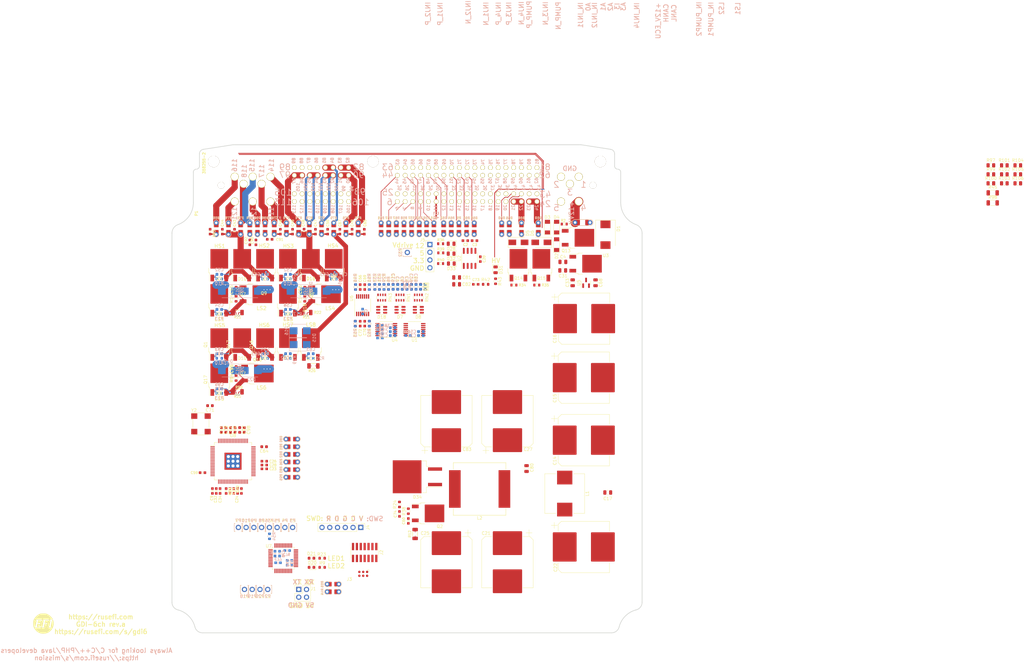
<source format=kicad_pcb>
(kicad_pcb (version 20240108) (generator "pcbnew") (generator_version "8.0")
  (title_block (title "GDI 6ch") (date "2024-08-25") (rev "a") (company "http://rusefi.com/"))
  (layers (0 "F.Cu" signal) (1 "In1.Cu" power "GND") (2 "In2.Cu" power "PWR") (31 "B.Cu" signal) (34 "B.Paste" user) (35 "F.Paste" user) (36 "B.SilkS" user "B.Silkscreen") (37 "F.SilkS" user "F.Silkscreen") (38 "B.Mask" user) (39 "F.Mask" user) (44 "Edge.Cuts" user))
  (net 0 "")
  (net 1 "GND")
  (net 5 "/OUT_PUMP_N")
  (net 20 "/OUT_PUMP_P")
  (net 30 "+3V3")
  (net 82 "/CAN_H")
  (net 83 "/CAN_L")
  (net 84 "+BATT")
  (net 85 "/IN_INJ1")
  (net 86 "/IN_INJ2")
  (net 87 "/IN_INJ3")
  (net 88 "+5V")
  (net 89 "Net-(U8-VCC2P5)")
  (net 90 "Net-(U8-VSENSEN1)")
  (net 91 "Net-(U8-VSENSEP1)")
  (net 92 "Net-(U8-VSENSEN2)")
  (net 93 "/IN_PUMP1")
  (net 94 "/IN_INJ4")
  (net 95 "/VCCP")
  (net 96 "Vdrive")
  (net 97 "/IN_PUMP2")
  (net 98 "Net-(U8-VSENSEP2)")
  (net 99 "Net-(U8-VSENSEP3)")
  (net 100 "Net-(U8-VSENSEN3)")
  (net 101 "Net-(U8-VSENSEP5)")
  (net 102 "Net-(U8-VSENSEN5)")
  (net 103 "Net-(RN1-R1.2)")
  (net 104 "Net-(RN1-R2.2)")
  (net 105 "Net-(RN1-R3.2)")
  (net 106 "Net-(RN2-R3.2)")
  (net 107 "Net-(RN1-R4.2)")
  (net 108 "/H1")
  (net 109 "Net-(U8-B_HS1)")
  (net 110 "/H3")
  (net 111 "/L1")
  (net 112 "/L2")
  (net 113 "/L3")
  (net 114 "/L4")
  (net 115 "Net-(Q3-S)")
  (net 116 "Net-(U8-B_HS3)")
  (net 117 "Net-(Q5-S)")
  (net 118 "Net-(U8-B_HS2)")
  (net 119 "Net-(U8-B_HS4)")
  (net 120 "Net-(RN2-R4.2)")
  (net 121 "Net-(Q3-G)")
  (net 122 "Net-(Q4-G)")
  (net 123 "Net-(Q8-G)")
  (net 124 "Net-(C60-Pad2)")
  (net 125 "Net-(Q7-S)")
  (net 126 "/H5")
  (net 127 "Net-(Q7-G)")
  (net 128 "Net-(Q5-G)")
  (net 129 "Net-(Q6-G)")
  (net 130 "/L5")
  (net 131 "Net-(C73-Pad2)")
  (net 132 "Net-(Q9-G)")
  (net 133 "Net-(Q10-S)")
  (net 134 "Net-(Q10-G)")
  (net 135 "Net-(Q11-G)")
  (net 136 "/OUT_LS1")
  (net 137 "/OUT_LS2")
  (net 138 "Net-(Q12-G)")
  (net 139 "Net-(Q12-S)")
  (net 140 "Net-(U8-B_HS7)")
  (net 141 "/LED_GREEN")
  (net 142 "Net-(RN3-R1.2)")
  (net 143 "Net-(RN3-R2.2)")
  (net 144 "Net-(RN3-R3.2)")
  (net 145 "Net-(RN3-R4.2)")
  (net 146 "/UART_TX")
  (net 147 "/UART_RX")
  (net 148 "Net-(Q2-G)")
  (net 149 "Net-(RN2-R1.2)")
  (net 150 "/SWDIO")
  (net 151 "/SWCLK")
  (net 152 "/SWO")
  (net 153 "Net-(RN2-R2.2)")
  (net 154 "Net-(Q1-S)")
  (net 155 "/nRESET")
  (net 156 "Net-(Q1-G)")
  (net 157 "Net-(Q16-G)")
  (net 158 "Net-(P1-Pad6)")
  (net 159 "Net-(P1-Pad7)")
  (net 160 "Net-(P1-Pad8)")
  (net 161 "Net-(P1-Pad9)")
  (net 162 "Net-(P1-Pad21)")
  (net 163 "Net-(P1-Pad23)")
  (net 164 "Net-(P1-Pad40)")
  (net 165 "Net-(P1-Pad41)")
  (net 166 "Net-(P1-Pad44)")
  (net 167 "Net-(P1-Pad45)")
  (net 168 "Net-(P1-Pad46)")
  (net 169 "Net-(P1-Pad47)")
  (net 170 "Net-(P1-Pad48)")
  (net 171 "Net-(P1-Pad49)")
  (net 172 "Net-(P1-Pad51)")
  (net 173 "Net-(P1-Pad52)")
  (net 174 "Net-(P1-Pad53)")
  (net 175 "/OUT_INJ3_N")
  (net 176 "/OUT_INJ4_N")
  (net 177 "/OUT_INJ3_P")
  (net 178 "/OUT_INJ4_P")
  (net 179 "/OUT_INJ1_N")
  (net 180 "/H7")
  (net 181 "/L7")
  (net 182 "/IN_INJ5")
  (net 183 "/OUT_INJ1_P")
  (net 184 "/OUT_INJ2_N")
  (net 185 "/IN_INJ6")
  (net 186 "/OUT_INJ2_P")
  (net 187 "/CSB")
  (net 188 "/DRVEN")
  (net 189 "/RESETB")
  (net 190 "/FLAG_0")
  (net 191 "Net-(Q17-S)")
  (net 192 "Net-(Q17-G)")
  (net 193 "Net-(Q18-G)")
  (net 194 "Net-(U8-B_HS5)")
  (net 195 "Net-(U8-B_HS6)")
  (net 196 "Net-(U8-VSENSEN6)")
  (net 197 "Net-(U8-VSENSEP6)")
  (net 198 "Net-(D1-A1)")
  (net 199 "Net-(D2-A)")
  (net 200 "/IRQ")
  (net 201 "Net-(D3-A)")
  (net 202 "/FLAG_1")
  (net 203 "/SCLK")
  (net 204 "/MISO")
  (net 205 "/MOSI")
  (net 206 "Net-(D4-A)")
  (net 207 "/FLAG_2")
  (net 208 "Net-(D20-A)")
  (net 209 "/DBG")
  (net 210 "/L6")
  (net 211 "/LS1")
  (net 212 "/LS2")
  (net 213 "/IN_A0")
  (net 214 "Net-(D20-K)")
  (net 215 "Net-(D21-K)")
  (net 216 "Net-(D28-A)")
  (net 217 "Net-(D31-A)")
  (net 218 "Net-(D32-A)")
  (net 219 "Net-(D33-A)")
  (net 220 "Net-(F1-Pad1)")
  (net 225 "/IN_A1")
  (net 226 "/IN_A2")
  (net 227 "/IN_A3")
  (net 229 "/A0")
  (net 231 "/A1")
  (net 232 "Net-(P7-Pin_1)")
  (net 233 "/A2")
  (net 234 "Net-(P8-Pin_1)")
  (net 235 "/A3")
  (net 236 "Net-(P9-Pin_1)")
  (net 237 "/Boot0")
  (net 238 "Net-(P10-Pin_1)")
  (net 239 "Net-(U8-G_HS1)")
  (net 240 "Net-(U8-G_HS2)")
  (net 241 "Net-(U8-G_LS1)")
  (net 242 "/CLK")
  (net 243 "/START1")
  (net 244 "/START2")
  (net 245 "/START3")
  (net 246 "/START4")
  (net 247 "/START5")
  (net 248 "/START6")
  (net 249 "/OA_1")
  (net 250 "/OA_2")
  (net 251 "/CAN_TX")
  (net 252 "/CAN_RX")
  (net 253 "Net-(U8-G_LS2)")
  (net 254 "Net-(U8-G_HS3)")
  (net 255 "Net-(U8-G_HS4)")
  (net 256 "Net-(U8-G_LS3)")
  (net 257 "Net-(U8-G_LS4)")
  (net 258 "/Vdrive_coil")
  (net 259 "/+Batt_filtered")
  (net 260 "/Vdrive_shunt")
  (net 261 "Net-(U8-G_HS7)")
  (net 262 "Net-(U8-G_LS8)")
  (net 263 "Net-(U8-G_LS7)")
  (net 264 "Net-(U7-PB14)")
  (net 265 "Net-(U6D--)")
  (net 266 "Net-(U6C--)")
  (net 267 "Net-(U6B--)")
  (net 268 "Net-(U6A--)")
  (net 269 "Net-(U7-PB15)")
  (net 270 "Net-(U8-IRQ{slash}FLAG_13)")
  (net 271 "Net-(U8-FLAG1{slash}EXTFW2)")
  (net 272 "Net-(U8-FLAG2{slash}EXTFW3)")
  (net 273 "Net-(U8-DBG{slash}FLAG_15)")
  (net 274 "Net-(U8-G_HS5)")
  (net 275 "/OUT_INJ6_N")
  (net 276 "/OUT_INJ5_P")
  (net 277 "/OUT_INJ5_N")
  (net 278 "/OUT_INJ6_P")
  (net 279 "Net-(U8-G_HS6)")
  (net 280 "Net-(U8-G_LS5)")
  (net 281 "Net-(U8-G_LS6)")
  (net 282 "Net-(U8-VSENSEP4{slash}FLAG_4)")
  (net 283 "Net-(U8-FLAG3{slash}EXTFW4)")
  (net 284 "/FLAG_4")
  (net 286 "/FLAG_3")
  (net 287 "/START7")
  (net 288 "/START8")
  (net 293 "/OA_3")
  (footprint "hellen-one-common:PAD-0805-PAD" (layer "F.Cu") (at 128 53.5 -90)
    (property "Reference" "R75")
    (property "Value" "Jumper-Pad-Pad" (hide yes))
  )
  (footprint "Capacitor_SMD:C_0603_1608Metric" (layer "F.Cu") (at 95.6875 119.5 -90)
    (property "Reference" "C42")
    (property "Value" "0.33uF")
  )
  (footprint "kicad6-libraries:Shunt_1206" (layer "F.Cu") (at 121.32998 98.5 180)
    (property "Reference" "R26")
    (property "Value" "0.01" (hide yes))
  )
  (footprint "hellen-one-common:PAD-TH" (layer "F.Cu") (at 103.83 171.780001 180)
    (property "Reference" "P20")
    (property "Value" "Pad" (hide yes))
  )
  (footprint "hellen-one-common:PAD-0805-PAD" (layer "F.Cu") (at 103 53.5 -90)
    (property "Reference" "R87")
    (property "Value" "Jumper-Pad-Pad" (hide yes))
  )
  (footprint "Resistor_SMD:R_0603_1608Metric" (layer "F.Cu") (at 149.525 143.925 90)
    (property "Reference" "R24")
    (property "Value" "10")
  )
  (footprint "hellen-one-common:C0603" (layer "F.Cu") (at 152.425 149.325 90)
    (property "Reference" "C60")
    (property "Value" "330p" (hide yes))
  )
  (footprint "Resistor_SMD:R_0805_2012Metric" (layer "F.Cu") (at 347.66 38.65)
    (property "Reference" "R103")
    (property "Value" "56k")
  )
  (footprint "Resistor_SMD:R_0805_2012Metric" (layer "F.Cu") (at 343.25 32.75)
    (property "Reference" "R97")
    (property "Value" "56k")
  )
  (footprint "hellen-one-common:PAD-0805-PAD" (layer "F.Cu") (at 105.5 53.5 -90)
    (property "Reference" "R86")
    (property "Value" "Jumper-Pad-Pad" (hide yes))
  )
  (footprint "hellen-one-common:PAD-0805-PAD" (layer "F.Cu") (at 174 53.5 -90)
    (property "Reference" "R66")
    (property "Value" "Jumper-Pad-Pad" (hide yes))
  )
  (footprint "hellen-one-common:PAD-0805-PAD" (layer "F.Cu") (at 127.75 170.040001 180)
    (property "Reference" "R55")
    (property "Value" "DNP" (hide yes))
  )
  (footprint "Package_TO_SOT_SMD:TO-252-2" (layer "F.Cu") (at 90.5 103 90)
    (property "Reference" "Q17")
    (property "Value" "BUK9230-100B")
  )
  (footprint "kicad6-libraries:rusefi_logo" (layer "F.Cu") (at 32.9 183)
    (property "Reference" "G1" (hide yes))
    (property "Value" "RUSEFI_LOGO" (hide yes))
  )
  (footprint "Resistor_SMD:R_0805_2012Metric" (layer "F.Cu") (at 343.25 38.65)
    (property "Reference" "R100")
    (property "Value" "56k")
  )
  (footprint "hellen-one-common:C0603" (layer "F.Cu") (at 89.5 139.5 90)
    (property "Reference" "C32")
    (property "Value" "100n" (hide yes))
  )
  (footprint "hellen-one-common:C0603" (layer "F.Cu") (at 176 63.5 -90)
    (property "Reference" "C20")
    (property "Value" "100n" (hide yes))
  )
  (footprint "Resistor_SMD:R_0603_1608Metric" (layer "F.Cu") (at 141.45 72.6 -90)
    (property "Reference" "R32")
    (property "Value" "DNP")
  )
  (footprint "Package_QFP:LQFP-48_7x7mm_P0.5mm" (layer "F.Cu") (at 111.45 161.540001)
    (property "Reference" "U7")
    (property "Value" "STM32F103C8Tx")
  )
  (footprint "hellen-one-common:C0603" (layer "F.Cu") (at 171.1 57.45 180)
    (property "Reference" "C2")
    (property "Value" "47p" (hide yes))
  )
  (footprint "Resistor_SMD:R_0603_1608Metric" (layer "F.Cu") (at 145.95 72.6 -90)
    (property "Reference" "R5")
    (property "Value" "DNP")
  )
  (footprint "Resistor_SMD:R_0603_1608Metric" (layer "F.Cu") (at 144.45 72.6 -90)
    (property "Reference" "R28")
    (property "Value" "DNP")
  )
  (footprint "Capacitor_SMD:CP_Elec_16x17.5" (layer "F.Cu") (at 184.9 162.85 -90)
    (property "Reference" "C21")
    (property "Value" "390uF")
  )
  (footprint "Resistor_SMD:R_1206_3216Metric" (layer "F.Cu") (at 343.85 41.77)
    (property "Reference" "R45")
    (property "Value" "2K")
  )
  (footprint "hellen-one-common:PAD-0805-PAD" (layer "F.Cu") (at 148.5 53.5 -90)
    (property "Reference" "R67")
    (property "Value" "Jumper-Pad-Pad" (hide yes))
  )
  (footprint "hellen-one-common:PAD-0805-PAD" (layer "F.Cu") (at 189.5 53.5 -90)
    (property "Reference" "R68")
    (property "Value" "Jumper-Pad-Pad" (hide yes))
  )
  (footprint "hellen-one-common:PAD-0805-PAD" (layer "F.Cu") (at 116.5 53.5 -90)
    (property "Reference" "R79")
    (property "Value" "Jumper-Pad-Pad" (hide yes))
  )
  (footprint "kicad6-libraries:Shunt_1206" (layer "F.Cu") (at 96.5 107)
    (property "Reference" "R90")
    (property "Value" "0.01" (hide yes))
  )
  (footprint "hellen-one-common:C0603" (layer "F.Cu") (at 102.5 58 90)
    (property "Reference" "C90")
    (property "Value" "4700p" (hide yes))
  )
  (footprint "hellen-one-common:C0603" (layer "F.Cu") (at 174.1 57.45 180)
    (property "Reference" "C3")
    (property "Value" "47p" (hide yes))
  )
  (footprint "hellen-one-common:C0603" (layer "F.Cu") (at 105.25 132.25 180)
    (property "Reference" "C23")
    (property "Value" "100n" (hide yes))
  )
  (footprint "Package_TO_SOT_SMD:TO-252-2" (layer "F.Cu") (at 120.5 65.5 90)
    (property "Reference" "D11")
    (property "Value" "SBR10200CTL")
  )
  (footprint "Resistor_SMD:R_0603_1608Metric" (layer "F.Cu") (at 139.65 72.65 -90)
    (property "Reference" "R47")
    (property "Value" "6.8K")
  )
  (footprint "hellen-one-common:PAD-0805-PAD" (layer "F.Cu") (at 114.25 132.5)
    (property "Reference" "R83")
    (property "Value" "DNP" (hide yes))
  )
  (footprint "Package_TO_SOT_SMD:TO-252-2" (layer "F.Cu") (at 113 77 90)
    (property "Reference" "Q9")
    (property "Value" "BUK9230-100B")
  )
  (footprint "Package_TO_SOT_SMD:TO-252-2" (layer "F.Cu") (at 210.5 65)
    (property "Reference" "U3")
    (property "Value" "LM78M05_TO252")
  )
  (footprint "Oscillator:Oscillator_SMD_Diodes_FN-4Pin_7.0x5.0mm" (layer "F.Cu") (at 84.5 117.5)
    (property "Reference" "Y2")
    (property "Value" "1MHz")
  )
  (footprint "hellen-one-common:C0603" (layer "F.Cu") (at 149.525 147.025 90)
    (property "Reference" "C74")
    (property "Value" "470p" (hide yes))
  )
  (footprint "Package_TO_SOT_SMD:TO-252-2" (layer "F.Cu") (at 98 91.5 90)
    (property "Reference" "D17")
    (property "Value" "SBR10200CTL")
  )
  (footprint "Package_SO:TSSOP-14_4.4x5mm_P0.65mm" (layer "F.Cu") (at 154.45 86.6 180)
    (property "Reference" "U1")
    (property "Value" "74HC14")
  )
  (footprint "Inductor_SMD:L_Wuerth_HCI-1350" (layer "F.Cu") (at 203.65 140.35 -90)
    (property "Reference" "L1")
    (property "Value" "6.8uH")
  )
  (footprint "Package_TO_SOT_SMD:SOT-23-6" (layer "F.Cu") (at 155.7 80.1 180)
    (property "Reference" "D8")
    (property "Value" "SRV05-4")
  )
  (footprint "Resistor_SMD:R_0603_1608Metric" (layer "F.Cu") (at 124.2 161.540001 180)
    (property "Reference" "R23")
    (property "Value" "1K")
  )
  (footprint "Capacitor_SMD:CP_Elec_16x17.5" (layer "F.Cu") (at 209.9 157.85)
    (property "Reference" "C22")
    (property "Value" "390uF")
  )
  (footprint "Package_TO_SOT_SMD:TO-252-2" (layer "F.Cu") (at 208 56.5)
    (property "Reference" "Q13")
    (property "Value" "AOD4185")
  )
  (footprint "Capacitor_SMD:C_0805_2012Metric" (layer "F.Cu") (at 191.15 132.15 90)
    (property "Reference" "C80")
    (property "Value" "0.22uF")
  )
  (footprint "Package_TO_SOT_SMD:TO-252-2" (layer "F.Cu") (at 125 75)
    (property "Reference" "Q10")
    (property "Value" "BUK9230-100B")
  )
  (footprint "Capacitor_SMD:C_0805_2012Metric" (layer "F.Cu") (at 217.75 140)
    (property "Reference" "C17")
    (property "Value" "0.22uF")
  )
  (footprint "Package_TO_SOT_SMD:TO-252-2" (layer "F.Cu") (at 98 65.5 90)
    (property "Reference" "D10")
    (property "Value" "SBR10200CTL")
  )
  (footprint "Capacitor_SMD:C_0805_2012Metric" (layer "F.Cu") (at 213.75 71.25 -90)
    (property "Reference" "C68")
    (property "Value" "10u")
  )
  (footprint "Resistor_SMD:R_0805_2012Metric" (layer "F.Cu") (at 343.25 35.7)
    (property "Reference" "R99")
    (property "Value" "56k")
  )
  (footprint "hellen-one-common:C0603" (layer "F.Cu") (at 97.75 139.5 90)
    (property "Reference" "C99")
    (property "Value" "330p" (hide yes))
  )
  (footprint "hellen-one-common:PAD-0805-PAD" (layer "F.Cu") (at 114.25 122.5)
    (property "Reference" "R80")
    (property "Value" "DNP" (hide yes))
  )
  (footprint "Package_TO_SOT_SMD:SOT-23" (layer "F.Cu") (at 210.65 71.2625 90)
    (property "Reference" "U5")
    (property "Value" "XC6206P332MR")
  )
  (footprint "hellen-one-common:PAD-0805-PAD" (layer "F.Cu") (at 114.25 130)
    (property "Reference" "R96")
    (property "Value" "DNP" (hide yes))
  )
  (footprint "hellen-one-common:PAD-0805-PAD" (layer "F.Cu") (at 153.5 53.5 -90)
    (property "Reference" "R37")
    (property "Value" "Jumper-Pad-Pad" (hide yes))
  )
  (footprint "hellen-one-common:PAD-TH" (layer "F.Cu") (at 99.29 151.460001)
    (property "Reference" "P10")
    (property "Value" "Pad" (hide yes))
  )
  (footprint "hellen-one-common:C0603" (layer "F.Cu") (at 87.5 54.5 -90)
    (property "Reference" "C89")
    (property "Value" "4700p" (hide yes))
  )
  (footprint "Connector_PinHeader_1.27mm:PinHeader_2x07_P1.27mm_Vertical_SMD" (layer "F.Cu") (at 138.12 159.670001 -90)
    (property "Reference" "J2")
    (property "Value" "FTSH-107-01-F-DV-K")
  )
  (footprint "Diode_SMD:D_SMA" (layer "F.Cu") (at 188.5 58)
    (property "Reference" "D5")
    (property "Value" "D_Schottky")
  )
  (footprint "Capacitor_SMD:C_0603_1608Metric" (layer "F.Cu") (at 98.6875 119.5 -90)
    (property "Reference" "C98")
    (property "Value" "0.33uF")
  )
  (footprint "Package_TO_SOT_SMD:TO-252-2" (layer "F.Cu") (at 188.5 65.5 90)
    (property "Reference" "Q14")
    (property "Value" "VND14NV04TR-E")
  )
  (footprint "hellen-one-common:PAD-0805-PAD" (layer "F.Cu") (at 97.5 53.5 -90)
    (property "Reference" "R71")
    (property "Value" "Jumper-Pad-Pad" (hide yes))
  )
  (footprint "hellen-one-common:PAD-0805-PAD" (layer "F.Cu") (at 114.25 125)
    (property "Reference" "R81")
    (property "Value" "DNP" (hide yes))
  )
  (footprint "Resistor_SMD:R_0603_1608Metric" (layer "F.Cu") (at 135.05 84.65 90)
    (property "Reference" "R49")
    (property "Value" "6.8K")
  )
  (footprint "hellen-one-common:PAD-0805-PAD" (layer "F.Cu") (at 185.5 53.5 -90)
    (property "Reference" "R56")
    (property "Value" "Jumper-Pad-Pad" (hide yes))
  )
  (footprint "Resistor_SMD:R_0603_1608Metric" (layer "F.Cu") (at 142.95 72.6 -90)
    (property "Reference" "R30")
    (property "Value" "DNP")
  )
  (footprint "Diode_SMD:D_SMC" (layer "F.Cu") (at 217 55.5 -90)
    (property "Reference" "D1")
    (property "Value" "SMCJ22CA")
  )
  (footprint "hellen-one-common:R0603" (layer "F.Cu") (at 203.5 52)
    (property "Reference" "R2")
    (property "Value" "10k" (hide yes))
  )
  (footprint "hellen-one-common:C0603" (layer "F.Cu") (at 174.5 71.75)
    (property "Reference" "C73")
    (property "Value" "330p" (hide yes))
  )
  (footprint "Package_SO:SOIC-8_3.9x4.9mm_P1.27mm" (layer "F.Cu") (at 172.5 63.25 90)
    (property "Reference" "U2")
    (property "Value" "TJA1051T-3")
  )
  (footprint "MountingHole:MountingHole_5.5mm" (layer "F.Cu") (at 216.000001 179.5 180)
    (property "Reference" "J8" (hide yes))
    (property "Value" "Conn_01x01")
  )
  (footprint "Resistor_SMD:R_0805_2012Metric" (layer "F.Cu") (at 347.66 35.7)
    (property "Reference" "R102")
    (property "Value" "56k")
  )
  (footprint "hellen-one-common:C0603" (layer "F.Cu") (at 96.5 139.5 90)
    (property "Reference" "C24")
    (property "Value" "330p" (hide yes))
  )
  (footprint "Resistor_SMD:R_0603_1608Metric" (layer "F.Cu") (at 124.2 164.540001)
    (property "Reference" "R9")
    (property "Value" "1K")
  )
  (footprint "kicad6-libraries:Shunt_1206" (layer "F.Cu") (at 119 81)
    (property "Reference" "R22")
    (property "Value" "0.01" (hide yes))
  )
  (footprint "Connector_PinHeader_2.54mm:PinHeader_2x02_P2.54mm_Vertical" (layer "F.Cu") (at 116.53 171.780001)
    (property "Reference" "J1")
    (property "Value" "Conn_02x02_Odd_Even")
  )
  (footprint "hellen-one-common:PAD-TH" (layer "F.Cu") (at 101.83 151.460001)
    (property "Reference" "P9")
    (property "Value" "Pad" (hide yes))
  )
  (footprint "Capacitor_SMD:C_0603_1608Metric" (layer "F.Cu") (at 97.1875 119.5 -90)
    (property "Reference" "C97")
    (property "Value" "0.33uF")
  )
  (footprint "Resistor_SMD:R_0603_1608Metric" (layer "F.Cu") (at 152.425 146.125 90)
    (property "Reference" "R38")
    (property "Value" "5.1")
  )
  (footprint "hellen-one-common:R0603" (layer "F.Cu") (at 163.05 61.45 180)
    (property "Reference" "R39")
    (property "Value" "1.6k" (hide yes))
  )
  (footprint "hellen-one-common:PAD-TH" (layer "F.Cu") (at 98.75 171.780001 180)
    (property "Reference" "P18")
    (property "Value" "Pad" (hide yes))
  )
  (footprint "Diode_SMD:D_SMA" (layer "F.Cu") (at 196 58 180)
    (property "Reference" "D6")
    (property "Value" "D_Schottky")
  )
  (footprint "Capacitor_SMD:C_0805_2012Metric" (layer "F.Cu") (at 203 67.2)
    (property "Reference" "C31")
    (property "Value" "10u")
  )
  (footprint "hellen-one-common:C0603" (layer "F.Cu") (at 100.5 58 90)
    (property "Reference" "C92")
    (property "Value" "4700p" (hide yes))
  )
  (footprint "hellen-one-common:PAD-0805-PAD" (layer "F.Cu") (at 136 53.5 -90)
    (property "Reference" "R74")
    (property "Value" "Jumper-Pad-Pad" (hide yes))
  )
  (footprint "hellen-one-common:C0603" (layer "F.Cu") (at 130 54.5 -90)
    (property "Reference" "C67")
    (property "Value" "4700p" (hide yes))
  )
  (footprint "Connector:Tag-Connect_TC2030-IDC-NL_2x03_P1.27mm_Vertical" (layer "F.Cu") (at 137.65 166.670001 180)
    (property "Reference" "J3")
    (property "Value" "TC2030")
  )
  (footprint "hellen-one-common:C0603" (layer "F.Cu") (at 122 54.5 -90)
    (property "Reference" "C47")
    (property "Value" "4700p" (hide yes))
  )
  (footprint "Package_SO:TSSOP-14_4.4x5mm_P0.65mm" (layer "F.Cu") (at 137.45 78.6 90)
    (property "Reference" "U6")
    (property "Value" "MCP6004")
  )
  (footprint "Package_TO_SOT_SMD:TO-263-2" (layer "F.Cu") (at 155.4 134.85 180)
    (property "Reference" "D34")
    (property "Value" "SDURB1020CT")
  )
  (footprint "Resistor_SMD:R_0603_1608Metric" (layer "F.Cu") (at 151.95 72.55 -90)
    (property "Reference" "R3")
    (property "Value" "1K")
  )
  (footprint "hellen-one-common:PAD-0805-PAD" (layer "F.Cu") (at 143.5 53.5 -90)
    (property "Reference" "R61")
    (property "Value" "Jumper-Pad-Pad" (hide yes))
  )
  (footprint "hellen-one-common:C0603" (layer "F.Cu") (at 118.275 54.450021 -90)
    (property "Reference" "C48")
    (property "Value" "4700p" (hide yes))
  )
  (footprint "Resistor_SMD:R_0603_1608Metric" (layer "F.Cu") (at 96 102.5 90)
    (property "Reference" "R94")
    (property "Value" "10")
  )
  (footprint "Capacitor_SMD:C_0805_2012Metric" (layer "F.Cu") (at 168.25 69.5)
    (property "Reference" "C81")
    (property "Value" "0.22uF")
  )
  (footprint "hellen-one-common:C0603" (layer "F.Cu") (at 138.15 72.65 -90)
    (property "Reference" "C69")
    (property "Value" "100n" (hide yes))
  )
  (footprint "hellen-one-common:C0603" (layer "F.Cu") (at 136.65 84.65 90)
    (property "Reference" "C72")
    (property "Value" "100n" (hide yes))
  )
  (footprint "hellen-one-common:PAD-0805-PAD" (layer "F.Cu") (at 124 53.5 -90)
    (property "Reference" "R77")
    (property "Value" "Jumper-Pad-Pad" (hide yes))
  )
  (footprint "hellen-one-common:PAD-0805-PAD" (layer "F.Cu") (at 160.8 53.5 -90)
    (property "Reference" "R41")
    (property "Value" "Jumper-Pad-Pad" (hide yes))
  )
  (footprint "hellen-one-common:PAD-TH" (layer "F.Cu") (at 96.75 151.460001)
    (property "Reference" "P7")
    (property "Value" "Pad" (hide yes))
  )
  (footprint "hellen-one-common:PAD-TH" (layer "F.Cu") (at 106.37 171.780001 180)
    (property "Reference" "P2")
    (property "Value" "Pad" (hide yes))
  )
  (footprint "Resistor_SMD:R_0603_1608Metric" (layer "F.Cu") (at 154.95 72.55 -90)
    (property "Reference" "R8")
    (property "Value" "1K")
  )
  (footprint "Resistor_SMD:R_0603_1608Metric" (layer "F.Cu") (at 135.15 72.65 90)
    (property "Reference" "R50")
    (property "Value" "10K")
  )
  (footprint "Resistor_SMD:R_0603_1608Metric" (layer "F.Cu") (at 96 76.5 90)
    (property "Reference" "R14")
    (property "Value" "10")
  )
  (footprint "Resistor_SMD:R_0603_1608Metric" (layer "F.Cu") (at 153.45 72.55 -90)
    (property "Reference" "R27")
    (property "Value" "1K")
  )
  (footprint "MountingHole:MountingHole_5.5mm" (layer "F.Cu") (at 88.000001 179.5 180)
    (property "Reference" "J9" (hide yes))
    (property "Value" "Conn_01x01")
  )
  (footprint "hellen-one-common:C0603" (layer "F.Cu") (at 105.25 129.75 180)
    (property "Reference" "C26")
    (property "Value" "4.7u" (hide yes))
  )
  (footprint "hellen-one-common:C0603" (layer "F.Cu") (at 90.75 139.5 90)
    (property "Reference" "C34")
    (property "Value" "100n" (hide yes))
  )
  (footprint "Resistor_SMD:R_0603_1608Metric" (layer "F.Cu") (at 147.45 72.55 -90)
    (property "Reference" "R25")
    (property "Value" "1K")
  )
  (footprint "hellen-one-common:C0603" (layer "F.Cu") (at 94 139.5 90)
    (property "Reference" "C11")
    (property "Value" "330p" (hide yes))
  )
  (footprint "hellen-one-common:C0603" (layer "F.Cu") (at 126 54.5 -90)
    (property "Reference" "C50")
    (property "Value" "4700p" (hide yes))
  )
  (footprint "Resistor_SMD:R_1206_3216Metric" (layer "F.Cu") (at 343.85 45.06)
    (property "Reference" "R98")
    (property "Value" "2K")
  )
  (footprint "Package_TO_SOT_SMD:TO-252-2" (layer "F.Cu") (at 113 65.5 90)
    (property "Reference" "Q5")
    (property "Value" "BUK9230-100B")
  )
  (footprint "hellen-one-common:C0603" (layer "F.Cu") (at 92.75 139.5 -90)
    (property "Reference" "C10")
    (property "Value" "330p" (hide yes))
  )
  (footprint "hellen-one-common:PAD-TH" (layer "F.Cu") (at 152.1 61.3 90)
    (property "Reference" "P32")
    (property "Value" "Pad" (hide yes))
  )
  (footprint "Capacitor_SMD:C_0805_2012Metric" (layer "F.Cu") (at 203.05 64.4)
    (property "Reference" "C4")
    (property "Value" "10u")
  )
  (footprint "Diode_SMD:D_MiniMELF" (layer "F.Cu") (at 198 53 90)
    (property "Reference" "D3")
    (property "Value" "ZMM5V6")
  )
  (footprint "kicad6-libraries:TE_368255-2" (layer "F.Cu") (at 95.492001 44.622)
    (property "Reference" "P1")
    (property "Value" "368255-2")
  )
  (footprint "Package_TO_SOT_SMD:TO-252-2" (layer "F.Cu") (at 196 65.5 90)
    (property "Reference" "Q15")
    (property "Value" "VND14NV04TR-E")
  )
  (footprint "Resistor_SMD:R_0805_2012Metric" (layer "F.Cu") (at 352.07 32.75)
    (property "Reference" "R104")
    (property "Value" "56k")
  )
  (footprint "hellen-one-common:C0603" (layer "F.Cu") (at 95.5 54.5 -90)
    (property "Reference" "C43")
    (property "Value" "4700p" (hide yes))
  )
  (footprint "hellen-one-common:C0603" (layer "F.Cu") (at 138.15 84.65 90)
    (property "Reference" "C70")
    (property "Value" "100n" (hide yes))
  )
  (footprint "LED_SMD:LED_0603_1608Metric" (layer "F.Cu") (at 120.7 161.540001 180)
    (property "Reference" "D21")
    (property "Value" "GREEN")
  )
  (footprint "hellen-one-common:PAD-0805-PAD" (layer "F.Cu") (at 114.25 127.5)
    (property "Reference" "R82")
    (property "Value" "DNP" (hide yes))
  )
  (footprint "Capacitor_SMD:CP_Elec_16x17.5" (layer "F.Cu") (at 164.9 116.6 90)
    (property "Reference" "C83")
    (property "Value" "390uF")
  )
  (footprint "hellen-one-common:PAD-0805-PAD" (layer "F.Cu") (at 132 53.5 -90)
    (property "Reference" "R76")
    (property "Value" "Jumper-Pad-Pad" (hide yes))
  )
  (footprint "Resistor_SMD:R_0603_1608Metric" (layer "F.Cu") (at 156.45 72.55 -90)
    (property "Reference" "R89")
    (property "Value" "1K")
  )
  (footprint "Resistor_SMD:R_0603_1608Metric" (layer "F.Cu") (at 181 70.75 -90)
    (property "Reference" "R43")
    (property "Value" "75K")
  )
  (footprint "hellen-one-common:PAD-0805-PAD" (layer "F.Cu") (at 108.5 53.5 -90)
    (property "Reference" "R72")
    (property "Value" "Jumper-Pad-Pad" (hide yes))
  )
  (footprint "LED_SMD:LED_0805_2012Metric" (layer "F.Cu") (at 181 67 -90)
    (property "Reference" "D31")
    (property "Value" "LED_Small")
  )
  (footprint "hellen-one-common:PAD-0805-PAD" (layer "F.Cu") (at 164 53.5 -90)
    (property "Reference" "R62")
    (property "Value" "Jumper-Pad-Pad" (hide yes))
  )
  (footprint "hellen-one-common:PAD-TH" (layer "F.Cu") (at 109.45 151.460001)
    (property "Reference" "P5")
    (property "Value" "Pad" (hide yes))
  )
  (footprint "Package_TO_SOT_SMD:SOT-23-6" (layer "F.Cu") (at 143.7 80.1 180)
    (property "Reference" "D18")
    (property "Value" "SRV05-4")
  )
  (footprint "Resistor_SMD:R_Array_Convex_4x0603" (layer "F.Cu") (at 143.7 76.1 -90)
    (property "Reference" "RN3")
    (property "Value" "10k")
  )
  (footprint "hellen-one-common:PAD-0805-PAD" (layer "F.Cu") (at 100.5 53.5 -90)
    (property "Reference" "R84")
    (property "Value" "Jumper-Pad-Pad" (hide yes))
  )
  (footprint "Package_TO_SOT_SMD:TO-252-2" (layer "F.Cu") (at 120.5 91.5 90)
    (property "Reference" "Q12")
    (property "Value" "BUK9230-100B")
  )
  (footprint "LED_SMD:LED_0805_2012Metric" (layer "F.Cu") (at 166.5 64.95 180)
    (property "Reference" "D33")
    (property "Value" "LED_Small")
  )
  (footprint "hellen-one-common:PAD-0805-PAD" (layer "F.Cu") (at 120 53.5 -90)
    (property "Reference" "R78")
    (property "Value" "Jumper-Pad-Pad" (hide yes))
  )
  (footprint "Capacitor_SMD:C_0603_1608Metric" (layer "F.Cu") (at 92.6875 119.5 -90)
    (property "Reference" "C41")
    (property "Value" "0.33uF")
  )
  (footprint "hellen-one-common:C0603" (layer "F.Cu") (at 85 133.5)
    (property "Reference" "C59")
    (property "Value" "100n" (hide yes))
  )
  (footprint "hellen-one-common:PAD-0805-PAD" (layer "F.Cu") (at 169 53.5 -90)
    (property "Reference" "R1")
    (property "Value" "DNP" (hide yes))
  )
  (footprint "Capacitor_SMD:C_0603_1608Metric" (layer "F.Cu") (at 87.45 111.54 180)
    (property "Reference" "C71")
    (property "Value" "1000pF")
  )
  (footprint "hellen-one-common:C0603" (layer "F.Cu") (at 136.65 72.65 -90)
    (property "Reference" "C66")
    (property "Value" "100n" (hide yes))
  )
  (footprint "Resistor_SMD:R_0603_1608Metric" (layer "F.Cu") (at 150.45 72.55 -90)
    (property "Reference" "R4")
    (property "Value" "1K")
  )
  (footprint "hellen-one-common:PAD-0805-PAD" (layer "F.Cu") (at 158.4 53.5 -90)
    (property "Reference" "R59")
    (property "Value" "Jumper-Pad-Pad" (hide yes))
  )
  (footprint "Inductor_SMD:L_Vishay_IHLP-6767" (layer "F.Cu") (at 175.7775 138.85 180)
    (property "Reference" "L2")
    (property "Value" "10uH")
  )
  (footprint "hellen-one-common:PAD-TH" (layer "F.Cu") (at 101.29 171.780001 180)
    (property "Reference" "P19")
    (property "Value" "Pad" (hide yes))
  )
  (footprint "hellen-one-common:PAD-0805-PAD" (layer "F.Cu") (at 112.5 53.5 -90)
    (property "Reference" "R70")
    (property "Value" "Jumper-Pad-Pad" (hide yes))
  )
  (footprint "Capacitor_SMD:CP_Elec_16x17.5" (layer "F.Cu") (at 184.9 116.6 90)
    (property "Reference" "C27")
    (property "Value" "390uF")
  )
  (footprint "Package_TO_SOT_SMD:TO-252-2" (layer "F.Cu") (at 90.5 65.5 90)
    (property "Reference" "Q3")
    (property "Value" "BUK9230-100B")
  )
  (footprint "Resistor_SMD:R_0603_1608Metric" (layer "F.Cu") (at 139.65 84.65 90)
    (property "Reference" "R48")
    (property "Value" "6.8K")
  )
  (footprint "Resistor_SMD:R_0805_2012Metric" (layer "F.Cu") (at 347.66 32.75)
    (property "Reference" "R101")
    (property "Value" "56k")
  )
  (footprint "Package_TO_SOT_SMD:SOT-23-6" (layer "F.Cu") (at 149.7 80.1 180)
    (property "Reference" "D7")
    (property "Value" "SRV05-4")
  )
  (footprint "Resistor_SMD:R_0603_1608Metric" (layer "F.Cu") (at 118.5 76.5 90)
    (property "Reference" "R18")
    (property "Value" "10")
  )
  (footprint "hellen-one-common:C0603" (layer "F.Cu") (at 95.25 139.5 90)
    (property "Reference" "C13")
    (property "Value" "330p" (hide yes))
  )
  (footprint "hellen-one-common:C0603" (layer "F.Cu") (at 88.25 139.5 90)
    (property "Reference" "C9")
    (property "Value" "1u" (hide yes))
  )
  (footprint "Resistor_SMD:R_0603_1608Metric" (layer "F.Cu") (at 157.95 72.55 -90)
    (property "Reference" "R88")
    (property "Value" "1K")
  )
  (footprint "hellen-one-common:PAD-0805-PAD" (layer "F.Cu") (at 183 53.5 -90)
    (property "Reference" "R60")
    (property "Value" "DNP" (hide yes))
  )
  (footprint "Package_TO_SOT_SMD:TO-252-2" (layer "F.Cu") (at 90.5 77 90)
    (property "Reference" "Q8")
    (property "Value" "BUK9230-100B")
  )
  (footprint "Diode_SMD:D_MiniMELF" (layer "F.Cu") (at 201 53 90)
    (property "Reference" "D4")
    (property "Value" "ZMM5V6")
  )
  (footprint "Resistor_SMD:R_0805_2012Metric" (layer "F.Cu") (at 352.07 38.65)
    (property "Reference" "R106")
    (property "Value" "56k")
  )
  (footprint "hellen-one-common:R0603" (layer "F.Cu") (at 163 64.95 180)
    (property "Reference" "R40")
    (property "Value" "750" (hide yes))
  )
  (footprint "LED_SMD:LED_0805_2012Metric" (layer "F.Cu") (at 166.4375 61.7 180)
    (property "Reference" "D32")
    (property "Value" "LED_Small")
  )
  (footprint "Package_TO_SOT_SMD:TO-252-2" (layer "F.Cu") (at 105.5 91.5 90)
    (property "Reference" "Q16")
    (property "Value" "BUK9230-100B")
  )
  (footprint "kicad6-libraries:Shunt_1206" (layer "F.Cu") (at 154.65 153.6 -90)
    (property "Reference" "R12")
    (property "Value" "0.01" (hide yes))
  )
  (footprint "Capacitor_SMD:CP_Elec_16x17.5" (layer "F.Cu") (at 209.9 102.35)
    (property "Reference" "C15")
    (property "Value" "390uF")
  )
  (footprint "Capacitor_SMD:CP_Elec_16x17.5" (layer "F.Cu") (at 164.9 162.85 -90)
    (property "Reference" "C25")
    (property "Value" "390uF")
  )
  (footprint "MountingHole:MountingHole_4.5mm" (layer "F.Cu") (at 160.2 -1.6 180)
    (property "Reference" "J10" (hide yes))
    (property "Value" "Conn_01x01")
  )
  (footprint "hellen-one-common:PAD-0805-PAD" (layer "F.Cu") (at 156 53.5 -90)
    (property "Reference" "R63")
    (property "Value" "Jumper-Pad-Pad" (hide yes))
  )
  (footprint "hellen-one-common:C0603" (layer "F.Cu") (at 138 54.5 -90)
    (property "Reference" "C65")
    (property "Value" "4700p" (hide yes))
  )
  (footprint "hellen-one-common:PAD-0805-PAD" (layer "F.Cu") (at 195 53.5 -90)
    (property "Reference" "R69")
    (property "Value" "Jumper-Pad-Pad" (hide yes))
  )
  (footprint "hellen-one-common:PAD-1206-PAD" (layer "F.Cu") (at 209.5 51.5)
    (property "Reference" "F1")
    (property "Value" "Fuse-Pad-Pad" (hide yes))
  )
  (footprint "Capacitor_SMD:C_0805_2012Metric" (layer "F.Cu") (at 168.25 71.75)
    (property "Reference" "C82")
    (property "Value" "0.22uF")
  )
  (footprint "hellen-one-common:C0603" (layer "F.Cu") (at 105.25 131 180)
    (property "Reference" "C28")
    (property "Value" "100n" (hide yes))
  )
  (footprint "Resistor_SMD:R_0603_1608Metric" (layer "F.Cu") (at 148.95 72.55 -90)
    (property "Reference" "R7")
    (property "Value" "1K")
  )
  (footprint "Capacitor_SMD:C_0603_1608Metric" (layer "F.Cu") (at 118.5 73.5 90)
    (property "Reference" "C61")
    (property "Value" "1000pF")
  )
  (footprint "Package_TO_SOT_SMD:TO-252-2" (layer "F.Cu") (at 90.5 91.5 90)
    (property "Reference" "Q1")
    (property "Value" "BUK9230-100B")
  )
  (footprint "hellen-one-common:PAD-0805-PAD" (layer "F.Cu") (at 166.5 53.5 -90)
    (property "Reference" "R64")
    (property "Value" "Jumper-Pad-Pad" (hide yes))
  )
  (footprint "hellen-one-common:R0603" (layer "F.Cu") (at 163 58.45 180)
    (property "Reference" "R36")
    (property "Value" "5.1k" (hide yes))
  )
  (footprint "hellen-one-common:C0603" (layer "F.Cu") (at 91.5 54.5 -90)
    (property "Reference" "C44")
    (property "Value" "4700p" (hide yes))
  )
  (footprint "hellen-one-common:PAD-TH" (layer "F.Cu") (at 114.53 151.460001)
    (property "Reference" "P3")
    (property "Value" "Pad" (hide yes))
  )
  (footprint "Resistor_SMD:R_Array_Convex_4x0603" (layer "F.Cu") (at 155.7 76.1 -90)
    (property "Reference" "RN2")
    (property "Value" "10k")
  )
  (footprint "Capacitor_SMD:C_0603_1608Metric" (layer "F.Cu") (at 105.1875 125 180)
    (property "Reference" "C64")
    (property "Value" "0.33uF")
  )
  (footprint "LED_SMD:LED_0603_1608Metric" (layer "F.Cu") (at 120.7 164.540001 180)
    (property "Reference" "D20")
    (property "Value" "BLUE")
  )
  (footprint "Resistor_SMD:R_0805_2012Metric" (layer "F.Cu") (at 352.07 35.7)
    (property "Reference" "R105")
    (property "Value" "56k")
  )
  (footprint "hellen-one-common:PAD-0805-PAD" (layer "F.Cu") (at 114.25 135)
    (property "Reference" "R95")
    (property "Value" "DNP" (hide yes))
  )
  (footprint "Connector_PinHeader_2.54mm:PinHeader_1x06_P2.54mm_Vertical" (layer "F.Cu") (at 136.85 151.460001 -90)
    (property "Reference" "J4")
    (property "Value" "Conn_01x06")
  )
  (footprint "hellen-one-common:C0603" (layer "F.Cu") (at 110.5 54.5 -90)
    (property "Reference" "C46")
    (property "Value" "4700p" (hide yes))
  )
  (footprint "hellen-one-common:PAD-0805-PAD" (layer "F.Cu") (at 127.75 172.540001 180)
    (property "Reference" "R44")
    (property "Value" "DNP" (hide yes))
  )
  (footprint "Capacitor_SMD:CP_Elec_16x17.5" (layer "F.Cu") (at 210 83)
    (property "Reference" "C16")
    (property "Value" "390uF")
  )
  (footprint "Diode_SMD:D_MiniMELF" (layer "F.Cu") (at 201 58.75 90)
    (property "Reference" "D2")
    (property "Value" "ZMM5V6")
  )
  (footprint "hellen-one-common:PAD-TH" (layer "F.Cu") (at 106.91 151.460001)
    (property "Reference" "P36")
    (property "Value" "Pad" (hide yes))
  )
  (footprint "hellen-one-common:C0603" (layer "F.Cu") (at 114.5 54.5 -90)
    (property "Reference" "C45")
    (property "Value" "4700p" (hide yes))
  )
  (footprint "hellen-one-common:PAD-0805-PAD" (layer "F.Cu") (at 93.5 53.5 -90)
    (property "Reference" "R73")
    (property "Value" "Jumper-Pad-Pad" (hide yes))
  )
  (footprint "Package_TO_SOT_SMD:TO-252-2" (layer "F.Cu") (at 158.9 146.85)
    (property "Reference" "Q2")
    (property "Value" "BUK9230-100B")
  )
  (footprint "Package_SO:TSSOP-14_4.4x5mm_P0.65mm" (layer "F.Cu") (at 145.2 86.6 180)
    (property "Reference" "U4")
    (property "Value" "74HC14")
  )
  (footprint "Package_TO_SOT_SMD:TO-252-2" (layer "F.Cu") (at 105.5 65.5 90)
    (property "Reference" "Q4")
    (property "Value" "BUK9230-100B")
  )
  (footprint "hellen-one-common:PAD-0805-PAD" (layer "F.Cu") (at 89.5 53.5 -90)
    (property "Reference" "R85")
    (property "Value" "Jumper-Pad-Pad" (hide yes))
  )
  (footprint "hellen-one-common:R0603" (layer "F.Cu") (at 187 72 180)
    (property "Reference" "R34")
    (property "Value" "10k" (hide yes))
  )
  (footprint "hellen-one-common:R0603" (layer "F.Cu") (at 194.5 72 180)
    (property "Reference" "R35")
    (property "Value" "10k" (hide yes))
  )
  (footprint "Connector_PinHeader_2.54mm:PinHeader_1x04_P2.54mm_Vertical" (layer "F.Cu") (at 159.5 58.7)
    (property "Reference" "J5")
    (property "Value" "Conn_01x04")
  )
  (footprint "hellen-one-common:PAD-0805-PAD" (layer "F.Cu") (at 146 53.5 -90)
    (property "Reference" "R57")
    (property "Value" "Jumper-Pad-Pad" (hide yes))
  )
  (footprint "Package_TO_SOT_SMD:TO-252-2" (layer "F.Cu") (at 128 65.5 90)
    (property "Reference" "Q6")
    (property "Value" "BUK9230-100B")
  )
  (footprint "MountingHole:MountingHole_3.5mm" (layer "F.Cu") (at 224.000001 58 180)
    (property "Reference" "J7" (hide yes))
    (property "Value" "Conn_01x01")
  )
  (footprint "hellen-one-common:PAD-TH" (layer "F.Cu") (at 104.37 151.460001)
    (property "Reference" "P8")
    (property "Value" "Pad" (hide yes))
  )
  (footprint "Package_TO_SOT_SMD:TO-252-2" (layer "F.Cu") (at 102.5 75)
    (property "Reference" "Q7")
    (property "Value" "BUK9230-100B")
  )
  (footprint "hellen-one-common:PAD-0805-PAD" (layer "F.Cu") (at 151 53.5 -90)
    (property "Reference" "R58")
    (property "Value" "Jumper-Pad-Pad" (hide yes))
  )
  (footprint "Capacitor_SMD:C_0603_1608Metric" (layer "F.Cu") (at 96 99.5 90)
    (property "Reference" "C96")
    (property "Value" "1000pF")
  )
  (footprint "Capacitor_SMD:C_0603_1608Metric" (layer "F.Cu") (at 96 73.5 90)
    (property "Reference" "C55")
    (property "Value" "1000pF")
  )
  (footprint "Package_TO_SOT_SMD:TO-252-2" (layer "F.Cu") (at 103 101)
    (property "Reference" "Q18")
    (property "Value" "BUK9230-100B")
  )
  (footprint "hellen-one-common:C0603" (layer "F.Cu") (at 107 57 180)
    (property "Reference" "C91")
    (property "Value" "4700p" (hide yes))
  )
  (footprint "hellen-one-common:PAD-TH" (layer "F.Cu") (at 111.99 151.460001)
    (property "Reference" "P4")
    (property "Value" "Pad" (hide yes))
  )
  (footprint "Capacitor_SMD:C_0603_1608Metric" (layer "F.Cu") (at 94.1875 119.5 -90)
    (property "Reference" "C40")
    (property "Value" "0.33uF")
  )
  (footprint "kicad6-libraries:Shunt_1206" (layer "F.Cu") (at 96.5 81)
    (property "Reference" "R21")
    (property "Value" "0.01" (hide yes))
  )
  (footprint "kicad6-libraries:LQFP-80-1EP_12x12mm_P0.5mm" (layer "F.Cu") (at 95 129.75)
    (property "Reference" "U8")
    (property "Value" "PT2000")
  )
  (footprint "hellen-one-common:PAD-0805-PAD" (layer "F.Cu") (at 171.5 53.5 -90)
    (property "Reference" "R65")
    (property "Value" "Jumper-Pad-Pad" (hide yes))
  )
  (footprint "Capacitor_SMD:C_0603_1608Metric" (layer "F.Cu") (at 91.1875 119.5 -90)
    (property "Reference" "C39")
    (property "Value" "0.33uF")
  )
  (footprint "LED_SMD:LED_0805_2012Metric" (layer "F.Cu") (at 166.4375 58.45 180)
    (property "Reference" "D28")
    (property "Value" "LED_Small")
  )
  (footprint "Package_TO_SOT_SMD:TO-252-2" (layer "F.Cu") (at 113 91.5 90)
    (property "Reference" "Q11")
    (property "Value" "BUK9230-100B")
  )
  (footprint "hellen-one-common:C0603" (layer "F.Cu") (at 134 54.5 -90)
    (property "Reference" "C49")
    (property "Value" "4700p" (hide yes))
  )
  (footprint "Resistor_SMD:R_0603_1608Metric" (layer "F.Cu") (at 177.75 71.75)
    (property "Reference" "R42")
    (property "Value" "5.1")
  )
  (footprint "Resistor_SMD:R_Array_Convex_4x0603" (layer "F.Cu") (at 149.7 76.1 -90)
    (property "Reference" "RN1")
    (property "Value" "10k")
  )
  (footprint "Capacitor_SMD:CP_Elec_16x17.5" (layer "F.Cu") (at 209.9 122.85)
    (property "Reference" "C14")
    (property "Value" "390uF")
  )
  (footprint "Capacitor_SMD:C_0805_2012Metric" (layer "F.Cu") (at 206.25 71.25 90)
    (property "Reference" "C33")
    (property "Value" "10u")
  )
  (footprint "MountingHole:MountingHole_3.5mm" (layer "F.Cu") (at 80.000001 58 180)
    (property "Reference" "J6" (hide yes))
    (property "Value" "Conn_01x01")
  )
  (footprint "Diode_SMD:D_SMB" (layer "B.Cu") (at 123.5 74)
    (property "Reference" "D14")
    (property "Value" "STPS2H100UY")
  )
  (footprint "Capacitor_SMD:C_0603_1608Metric" (layer "B.Cu") (at 156.5375 87.25)
    (property "Reference" "C51")
    (property "Value" "1000pF")
  )
  (footprint "Resistor_SMD:R_0603_1608Metric" (layer "B.Cu") (at 120.5 96 180)
    (property "Reference" "R20")
    (property "Value" "10")
  )
  (footprint "Resistor_SMD:R_0603_1608Metric" (layer "B.Cu") (at 135.15 72.65 -90)
    (property "Reference" "R46")
    (property "Value" "6.8K")
  )
  (footprint "Diode_SMD:D_SMB" (layer "B.Cu") (at 117 91.5)
    (property "Reference" "D15")
    (property "Value" "STPS2H100UY")
  )
  (footprint "Resistor_SMD:R_0603_1608Metric" (layer "B.Cu") (at 135.05 84.65 -90)
    (property "Reference" "R53")
    (property "Value" "10K")
  )
  (footprint "Resistor_SMD:R_0603_1608Metric" (layer "B.Cu") (at 113 70 180)
    (property "Reference" "R15")
    (property "Value" "10")
  )
  (footprint "Resistor_SMD:R_0603_1608Metric" (layer "B.Cu") (at 144.45 72.6 90)
    (property "Reference" "R29")
    (property "Value" "470K")
  )
  (footprint "Resistor_SMD:R_0603_1608Metric" (layer "B.Cu") (at 128 70 180)
    (property "Reference" "R16")
    (property "Value" "10")
  )
  (footprint "Diode_SMD:D_SMB" (layer "B.Cu") (at 93.5 74 180)
    (property "Reference" "D9")
    (property "Value" "STPS2H100UY")
  )
  (footprint "Capacitor_SMD:C_0603_1608Metric" (layer "B.Cu") (at 143.1125 86.6 180)
    (property "Reference" "C87")
    (property "Value" "1000pF")
  )
  (footprint "Capacitor_SMD:C_0603_1608Metric" (layer "B.Cu") (at 120.5 94.5 180)
    (property "Reference" "C63")
    (property "Value" "1000pF")
  )
  (footprint "Capacitor_SMD:C_0603_1608Metric" (layer "B.Cu") (at 147.2875 87.25)
    (property "Reference" "C35")
    (property "Value" "1000pF")
  )
  (footprint "hellen-one-common:C0603" (layer "B.Cu") (at 137.45 80.672499 -90)
    (property "Reference" "C8")
    (property "Value" "100n" (hide yes))
  )
  (footprint "Capacitor_SMD:C_0603_1608Metric" (layer "B.Cu") (at 153.45 72.6 -90)
    (property "Reference" "C29")
    (property "Value" "1000pF")
  )
  (footprint "Capacitor_SMD:C_0603_1608Metric" (layer "B.Cu") (at 147.45 72.6 -90)
    (property "Reference" "C19")
    (property "Value" "1000pF")
  )
  (footprint "Resistor_SMD:R_0603_1608Metric" (layer "B.Cu") (at 113 81.5 180)
    (property "Reference" "R17")
    (property "Value" "10")
  )
  (footprint "Capacitor_SMD:C_0603_1608Metric" (layer "B.Cu") (at 113 80 180)
    (property "Reference" "C58")
    (property "Value" "1000pF")
  )
  (footprint "Capacitor_SMD:C_0603_1608Metric" (layer "B.Cu") (at 154.95 72.6 -90)
    (property "Reference" "C18")
    (property "Value" "1000pF")
  )
  (footprint "Resistor_SMD:R_0603_1608Metric" (layer "B.Cu") (at 90.5 81.5 180)
    (property "Reference" "R13")
    (property "Value" "10")
  )
  (footprint "Resistor_SMD:R_0603_1608Metric" (layer "B.Cu") (at 139.65 84.65 -90)
    (property "Reference" "R52")
    (property "Value" "10K")
  )
  (footprint "hellen-one-common:C0603" (layer "B.Cu") (at 143.127501 89.35 180)
    (property "Reference" "C1")
    (property "Value" "100n" (hide yes))
  )
  (footprint "hellen-one-common:C0603" (layer "B.Cu") (at 152.377501 88.55 180)
    (property "Reference" "C86")
    (property "Value" "100n" (hide yes))
  )
  (footprint "hellen-one-common:C0603" (layer "B.Cu") (at 112.75 163.040001 -90)
    (property "Reference" "C12")
    (property "Value" "4.7u" (hide yes))
  )
  (footprint "Capacitor_SMD:C_0603_1608Metric" (layer "B.Cu") (at 105.5 68.5 180)
    (property "Reference" "C53")
    (property "Value" "1000pF")
  )
  (footprint "hellen-one-common:C0603" (layer "B.Cu") (at 112.75 159.040001)
    (property "Reference" "C76")
    (property "Value" "100n" (hide yes))
  )
  (footprint "hellen-one-common:C0603" (layer "B.Cu") (at 108.75 160.040001 90)
    (property "Reference" "C75")
    (property "Value" "100n" (hide yes))
  )
  (footprint "Diode_SMD:D_SMB" (layer "B.Cu") (at 101 100)
    (property "Reference" "D22")
    (property "Value" "STPS2H100UY")
  )
  (footprint "Resistor_SMD:R_0603_1608Metric" (layer "B.Cu") (at 90.5 107.5 180)
    (property "Reference" "R93")
    (property "Value" "10")
  )
  (footprint "hellen-one-common:C0603" (layer "B.Cu") (at 109.75 163.040001 180)
    (property "Reference" "C77")
    (property "Value" "100n" (hide yes))
  )
  (footprint "Resistor_SMD:R_0603_1608Metric" (layer "B.Cu") (at 142.95 72.6 90)
    (property "Reference" "R31")
    (property "Value" "470K")
  )
  (footprint "Diode_SMD:D_SMB" (layer "B.Cu") (at 117 87)
    (property "Reference" "D16")
    (property "Value" "STPS2H100UY")
  )
  (footprint "Resistor_SMD:R_0603_1608Metric" (layer "B.Cu") (at 90.5 96 180)
    (property "Reference" "R91")
    (property "Value" "10")
  )
  (footprint "Capacitor_SMD:C_0603_1608Metric" (layer "B.Cu") (at 113 94.5 180)
    (property "Reference" "C62")
    (property "Value" "1000pF")
  )
  (footprint "Resistor_SMD:R_0603_1608Metric" (layer "B.Cu") (at 113 96 180)
    (property "Reference" "R19")
    (property "Value" "10")
  )
  (footprint "Resistor_SMD:R_0603_1608Metric" (layer "B.Cu") (at 105.5 96 180)
    (property "Reference" "R92")
    (property "Value" "10")
  )
  (footprint "Capacitor_SMD:C_0603_1608Metric" (layer "B.Cu") (at 147.2875 85.95)
    (property "Reference" "C36")
    (property "Value" "1000pF")
  )
  (footprint "Capacitor_SMD:C_0603_1608Metric" (layer "B.Cu") (at 150.45 72.6 -90)
    (property "Reference" "C6")
    (property "Value" "1000pF")
  )
  (footprint "Diode_SMD:D_SMB" (layer "B.Cu") (at 101 74)
    (property "Reference" "D12")
    (property "Value" "STPS2H100UY")
  )
  (footprint "Capacitor_SMD:C_0603_1608Metric" (layer "B.Cu") (at 143.1125 87.9 180)
    (property "Reference" "C88")
    (property "Value" "1000pF")
  )
  (footprint "Resistor_SMD:R_0603_1608Metric" (layer "B.Cu") (at 141.45 72.6 90)
    (property "Reference" "R33")
    (property "Value" "470K")
  )
  (footprint "Capacitor_SMD:C_0603_1608Metric" (layer "B.Cu") (at 105.5 94.5 180)
    (property "Reference" "C94")
    (property "Value" "1000pF")
  )
  (footprint "Capacitor_SMD:C_0603_1608Metric" (layer "B.Cu") (at 143.1125 85.3 180)
    (property "Reference" "C38")
    (property "Value" "1000pF")
  )
  (footprint "hellen-one-common:C0603" (layer "B.Cu") (at 114.25 163.040001 -90)
    (property "Reference" "C79")
    (property "Value" "100n" (hide yes))
  )
  (footprint "Capacitor_SMD:C_0603_1608Metric" (layer "B.Cu") (at 148.95 72.6 -90)
    (property "Reference" "C7")
    (property "Value" "1000pF")
  )
  (footprint "Capacitor_SMD:C_0603_1608Metric" (layer "B.Cu") (at 151.95 72.6 -90)
    (property "Reference" "C5")
    (property "Value" "1000pF")
  )
  (footprint "Capacitor_SMD:C_0603_1608Metric" (layer "B.Cu") (at 90.5 106 180)
    (property "Reference" "C95")
    (property "Value" "1000pF")
  )
  (footprint "Capacitor_SMD:C_0603_1608Metric" (layer "B.Cu") (at 90.5 80 180)
    (property "Reference" "C54")
    (property "Value" "1000pF")
  )
  (footprint "Capacitor_SMD:C_0603_1608Metric" (layer "B.Cu") (at 113 68.5 180)
    (property "Reference" "C56")
    (property "Value" "1000pF")
  )
  (footprint "Capacitor_SMD:C_0603_1608Metric" (layer "B.Cu") (at 90.5 94.5 180)
    (property "Reference" "C93")
    (property "Value" "1000pF")
  )
  (footprint "Resistor_SMD:R_0603_1608Metric" (layer "B.Cu") (at 105.5 70 180)
    (property "Reference" "R11")
    (property "Value" "10")
  )
  (footprint "Resistor_SMD:R_0603_1608Metric" (layer "B.Cu") (at 90.5 70 180)
    (property "Reference" "R10")
    (property "Value" "10")
  )
  (footprint "Diode_SMD:D_SMB" (layer "B.Cu") (at 93.5 100 180)
    (property "Reference" "D19")
    (property "Value" "STPS2H100UY")
  )
  (footprint "Capacitor_SMD:C_0603_1608Metric" (layer "B.Cu") (at 157.95 72.6 -90)
    (property "Reference" "C84")
    (property "Value" "1000pF")
  )
  (footprint "Capacitor_SMD:C_0603_1608Metric" (layer "B.Cu") (at 128 68.5 180)
    (property "Reference" "C57")
    (property "Value" "1000pF")
  )
  (footprint "Capacitor_SMD:C_0603_1608Metric" (layer "B.Cu") (at 147.2875 88.55)
    (property "Reference" "C30")
    (property "Value" "1000pF")
  )
  (footprint "Capacitor_SMD:C_0603_1608Metric" (layer "B.Cu") (at 90.5 68.5 180)
    (property "Reference" "C52")
    (property "Value" "1000pF")
  )
  (footprint "Capacitor_SMD:C_0603_1608Metric" (layer "B.Cu") (at 156.45 72.6 -90)
    (property "Reference" "C85")
    (property "Value" "1000pF")
  )
  (footprint "Resistor_SMD:R_0603_1608Metric" (layer "B.Cu") (at 106.95 154.365001 -90)
    (property "Reference" "R54")
    (property "Value" "10K")
  )
  (footprint "hellen-one-common:C0603" (layer "B.Cu") (at 110.25 160.040001 90)
    (property "Reference" "C78")
    (property "Value" "100n" (hide yes))
  )
  (footprint "Capacitor_SMD:C_0603_1608Metric" (layer "B.Cu") (at 156.5375 88.55)
    (property "Reference" "C37")
    (property "Value" "1000pF")
  )
  (footprint "Resistor_SMD:R_0603_1608Metric" (layer "B.Cu") (at 145.95 72.6 90)
    (property "Reference" "R6")
    (property "Value" "470K")
  )
  (footprint "Resistor_SMD:R_0603_1608Metric" (layer "B.Cu") (at 139.65 72.65 90)
    (property "Reference" "R51")
    (property "Value" "10K")
  )
  (footprint "Diode_SMD:D_SMB" (layer "B.Cu") (at 116 74 180)
    (property "Reference" "D13")
    (property "Value" "STPS2H100UY")
  )
  (gr_line (start 82.000001 45) (end 82.000001 35) (stroke (width 0.2)) (layer "Edge.Cuts"))
  (gr_line (start 84.000001 33) (end 84.000001 29) (stroke (width 0.2)) (layer "Edge.Cuts"))
  (gr_arc (start 84.000001 33) (mid 83.707108 33.707107) (end 83.000001 34) (stroke (width 0.2)) (layer "Edge.Cuts"))
  (gr_arc (start 85.000001 186) (mid 83.400722 185.438328) (end 82.50385 184) (stroke (width 0.2)) (layer "Edge.Cuts"))
  (gr_arc (start 229.000001 176) (mid 228.438329 177.599279) (end 227.000001 178.496152) (stroke (width 0.2)) (layer "Edge.Cuts"))
  (gr_arc (start 226.948684 52.153949) (mid 223.361223 49.346965) (end 222.000001 45) (stroke (width 0.2)) (layer "Edge.Cuts"))
  (gr_line (start 75.000001 55) (end 75.000001 176) (stroke (width 0.2)) (layer "Edge.Cuts"))
  (gr_line (start 85.300001 27.5) (end 95.000001 26) (stroke (width 0.2)) (layer "Edge.Cuts"))
  (gr_arc (start 77.000001 178.496152) (mid 75.561673 177.599279) (end 75.000001 176) (stroke (width 0.2)) (layer "Edge.Cuts"))
  (gr_arc (start 82.000001 45) (mid 80.638779 49.346965) (end 77.051318 52.153949) (stroke (width 0.2)) (layer "Edge.Cuts"))
  (gr_line (start 222.000001 45) (end 222.000001 35) (stroke (width 0.2)) (layer "Edge.Cuts"))
  (gr_line (start 85.000001 186) (end 219.000001 186) (stroke (width 0.2)) (layer "Edge.Cuts"))
  (gr_arc (start 77.000001 178.496152) (mid 80.491255 180.508746) (end 82.503849 184) (stroke (width 0.2)) (layer "Edge.Cuts"))
  (gr_arc (start 75.000001 55) (mid 75.566275 53.245869) (end 77.051318 52.15395) (stroke (width 0.2)) (layer "Edge.Cuts"))
  (gr_arc (start 82.000001 35) (mid 82.292894 34.292893) (end 83.000001 34) (stroke (width 0.2)) (layer "Edge.Cuts"))
  (gr_arc (start 221.000001 34) (mid 221.707108 34.292893) (end 222.000001 35) (stroke (width 0.2)) (layer "Edge.Cuts"))
  (gr_line (start 220.000001 33) (end 220.000001 29) (stroke (width 0.2)) (layer "Edge.Cuts"))
  (gr_arc (start 84.000001 29) (mid 84.370226 28.007528) (end 85.300001 27.5) (stroke (width 0.2)) (layer "Edge.Cuts"))
  (gr_line (start 218.700001 27.5) (end 209.000001 26) (stroke (width 0.2)) (layer "Edge.Cuts"))
  (gr_arc (start 221.000001 34) (mid 220.292894 33.707107) (end 220.000001 33) (stroke (width 0.2)) (layer "Edge.Cuts"))
  (gr_line (start 229.000001 176) (end 229.000001 55) (stroke (width 0.2)) (layer "Edge.Cuts"))
  (gr_line (start 209.000001 26) (end 95.000001 26) (stroke (width 0.2)) (layer "Edge.Cuts"))
  (gr_arc (start 226.948684 52.15395) (mid 228.433727 53.245869) (end 229.000001 55) (stroke (width 0.2)) (layer "Edge.Cuts"))
  (gr_arc (start 218.700001 27.5) (mid 219.629776 28.007528) (end 220.000001 29) (stroke (width 0.2)) (layer "Edge.Cuts"))
  (gr_arc (start 221.496153 184) (mid 223.508747 180.508746) (end 227.000001 178.496152) (stroke (width 0.2)) (layer "Edge.Cuts"))
  (gr_arc (start 221.496152 184) (mid 220.59928 185.438328) (end 219.000001 186) (stroke (width 0.2)) (layer "Edge.Cuts"))
  (gr_text "PUMP_P" (at 192.05 -21.35 90) (layer "B.SilkS") (effects (font (size 1.524 1.524) (thickness 0.254)) (justify left mirror)))
  (gr_text "INJ1_P" (at 162.85 -20.85 90) (layer "B.SilkS") (effects (font (size 1.524 1.524) (thickness 0.254)) (justify left mirror)))
  (gr_text "C53" (at 125 68.5 0) (layer "B.SilkS") (effects (font (size 1 1)) (justify mirror)))
  (gr_text "R10" (at 90.5 97.5 0) (layer "B.SilkS") (effects (font (size 1 1)) (justify mirror)))
  (gr_text "A2" (at 218.65 -20.75 90) (layer "B.SilkS") (effects (font (size 1.524 1.524) (thickness 0.254)) (justify left mirror)))
  (gr_text "C52" (at 90.5 93 0) (layer "B.SilkS") (effects (font (size 1 1)) (justify mirror)))
  (gr_text "INJ4_P" (at 181.95 -20.95 90) (layer "B.SilkS") (effects (font (size 1.524 1.524) (thickness 0.254)) (justify left mirror)))
  (gr_text "5V GND" (at 121.705 176.955001 0) (layer "B.SilkS") (effects (font (size 1.524 1.524) (thickness 0.254)) (justify left mirror)))
  (gr_text "IN_INJ1" (at 208.854642 -20.85 90) (layer "B.SilkS") (effects (font (size 1.524 1.524) (thickness 0.254)) (justify left mirror)))
  (gr_text "INJ2_N" (at 172.05 -21.45 90) (layer "B.SilkS") (effects (font (size 1.524 1.524) (thickness 0.254)) (justify left mirror)))
  (gr_text "5V" (at 161.6 47.6 90) (layer "B.SilkS") (effects (font (size 1.524 1.524) (thickness 0.254)) (justify left mirror)))
  (gr_text "A0" (at 211.35 -20.75 90) (layer "B.SilkS") (effects (font (size 1.524 1.524) (thickness 0.254)) (justify left mirror)))
  (gr_text "INJ2_P" (at 158.85 -20.95 90) (layer "B.SilkS") (effects (font (size 1.524 1.524) (thickness 0.254)) (justify left mirror)))
  (gr_text "LS2" (at 255.05 -20.95 90) (layer "B.SilkS") (effects (font (size 1.524 1.524) (thickness 0.254)) (justify left mirror)))
  (gr_text "PUMP_N" (at 201.55 -21.05 90) (layer "B.SilkS") (effects (font (size 1.524 1.524) (thickness 0.254)) (justify left mirror)))
  (gr_text "A3" (at 222.85 -20.85 90) (layer "B.SilkS") (effects (font (size 1.524 1.524) (thickness 0.254)) (justify left mirror)))
  (gr_text "INJ3_N" (at 197.354642 -21.079622 90) (layer "B.SilkS") (effects (font (size 1.524 1.524) (thickness 0.254)) (justify left mirror)))
  (gr_text "LS1" (at 260.35 -20.85 90) (layer "B.SilkS") (effects (font (size 1.524 1.524) (thickness 0.254)) (justify left mirror)))
  (gr_text "Always looking for C/C++/PHP/Java developers\nhttps://rusefi.com/s/mission" (at 47 193 0) (layer "B.SilkS") (effects (font (size 1.5 1.5) (thickness 0.25)) (justify mirror)))
  (gr_text "C54" (at 90.5 104.57 0) (layer "B.SilkS") (effects (font (size 1 1)) (justify mirror)))
  (gr_text "C52" (at 113 67 0) (layer "B.SilkS") (effects (font (size 1 1)) (justify mirror)))
  (gr_text "C54" (at 113 78.57 0) (layer "B.SilkS") (effects (font (size 1 1)) (justify mirror)))
  (gr_text "C53" (at 102.5 94.5 0) (layer "B.SilkS") (effects (font (size 1 1)) (justify mirror)))
  (gr_text "IN_PUMP1" (at 251.55 -20.95 90) (layer "B.SilkS") (effects (font (size 1.524 1.524) (thickness 0.254)) (justify left mirror)))
  (gr_text "R10" (at 113 71.5 0) (layer "B.SilkS") (effects (font (size 1 1)) (justify mirror)))
  (gr_text "D9" (at 98 99.5 90) (layer "B.SilkS") (effects (font (size 1 1)) (justify mirror)))
  (gr_text "INJ3_P" (at 185.35 -20.95 90) (layer "B.SilkS") (effects (font (size 1.524 1.524) (thickness 0.254)) (justify left mirror)))
  (gr_text "IN_PUMP2" (at 247.65 -21.05 90) (layer "B.SilkS") (effects (font (size 1.524 1.524) (thickness 0.254)) (justify left mirror)))
  (gr_text "I3" (at 220.85 -20.65 90) (layer "B.SilkS") (effects (font (size 1.524 1.524) (thickness 0.254)) (justify left mirror)))
  (gr_text "IN_INJ2" (at 213.45 -20.85 90) (layer "B.SilkS") (effects (font (size 1.524 1.524) (thickness 0.254)) (justify left mirror)))
  (gr_text "R11" (at 105.5 94.57 0) (layer "B.SilkS") (effects (font (size 1 1)) (justify mirror)))
  (gr_text "CANH" (at 236.85 -20.35 90) (layer "B.SilkS") (effects (font (size 1.524 1.524) (thickness 0.254)) (justify left mirror)))
  (gr_text "R13" (at 113 83 0) (layer "B.SilkS") (effects (font (size 1 1)) (justify mirror)))
  (gr_text "D12" (at 119 74 90) (layer "B.SilkS") (effects (font (size 1 1)) (justify mirror)))
  (gr_text "+12V_ECU" (at 234.25 -20.65 90) (layer "B.SilkS") (effects (font (size 1.524 1.524) (thickness 0.254)) (justify left mirror)))
  (gr_text "GND" (at 207.8 33.8 0) (layer "B.SilkS") (effects (font (size 1.524 1.524) (thickness 0.254)) (justify left mirror)))
  (gr_text "D9" (at 120.5 73.5 90) (layer "B.SilkS") (effects (font (size 1 1)) (justify mirror)))
  (gr_text "SWD: V C G D R" (at 144.35 148.610001 0) (layer "B.SilkS") (effects (font (size 1.524 1.524) (thickness 0.254)) (justify left mirror)))
  (gr_text "RX TX" (at 121.505 169.355001 0) (layer "B.SilkS") (effects (font (size 1.524 1.524) (thickness 0.254)) (justify left mirror)))
  (gr_text "R13" (at 90.5 109 0) (layer "B.SilkS") (effects (font (size 1 1)) (justify mirror)))
  (gr_text "INJ4_N" (at 189.45 -21.15 90) (layer "B.SilkS") (effects (font (size 1.524 1.524) (thickness 0.254)) (justify left mirror)))
  (gr_text "CANL" (at 239.45 -20.15 90) (layer "B.SilkS") (effects (font (size 1.524 1.524) (thickness 0.254)) (justify left mirror)))
  (gr_text "D12" (at 96.5 100 90) (layer "B.SilkS") (effects (font (size 1 1)) (justify mirror)))
  (gr_text "+12V" (at 205.9 44.3 90) (layer "B.SilkS") (effects (font (size 1.524 1.524) (thickness 0.254)) (justify left mirror)))
  (gr_text "INJ1_N" (at 177.854642 -20.95 90) (layer "B.SilkS") (effects (font (size 1.524 1.524) (thickness 0.254)) (justify left mirror)))
  (gr_text "IN_INJ4" (at 227.25 -20.75 90) (layer "B.SilkS") (effects (font (size 1.524 1.524) (thickness 0.254)) (justify left mirror)))
  (gr_text "A1" (at 216.25 -20.75 90) (layer "B.SilkS") (effects (font (size 1.524 1.524) (thickness 0.254)) (justify left mirror)))
  (gr_text "R11" (at 128 68.57 0) (layer "B.SilkS") (effects (font (size 1 1)) (justify mirror)))
  (gr_text "Vdrive" (at 147.1 58.9 0) (layer "F.SilkS") (effects (font (size 1.524 1.524) (thickness 0.254)) (justify left)))
  (gr_text "LS5" (at 90.54447 109.209334 0) (layer "F.SilkS") (effects (font (size 1.2 1.2) (thickness 0.2))))
  (gr_text "HS6" (at 105.24447 85.109334 0) (layer "F.SilkS") (effects (font (size 1.2 1.2) (thickness 0.2))))
  (gr_text "HS4" (at 127.74447 59.109334 0) (layer "F.SilkS") (effects (font (size 1.2 1.2) (thickness 0.2))))
  (gr_text "Q4" (at 128 69.9 0) (layer "F.SilkS") (effects (font (size 1 1))))
  (gr_text "D10" (at 120.5 70 0) (layer "F.SilkS") (effects (font (size 1 1))))
  (gr_text "LS8" (at 120.5 85 0) (layer "F.SilkS") (effects (font (size 1.2 1.2) (thickness 0.2))))
  (gr_text "Q8" (at 113 81.5 0) (layer "F.SilkS") (effects (font (size 1 1))))
  (gr_text "HV" (at 179.456994 64.009355 0) (layer "F.SilkS") (effects (font (size 1.524 1.524) (thickness 0.254)) (justify left)))
  (gr_text "HS2" (at 105.24447 59.109334 0) (layer "F.SilkS") (effects (font (size 1.2 1.2) (thickness 0.2))))
  (gr_text "R14" (at 117 76.5 90) (layer "F.SilkS") (effects (font (size 1 1))))
  (gr_text "R14" (at 94.5 102.5 90) (layer "F.SilkS") (effects (font (size 1 1))))
  (gr_text "HS5" (at 90.64447 85.209334 0) (layer "F.SilkS") (effects (font (size 1.2 1.2) (thickness 0.2))))
  (gr_text "LS6" (at 104.34447 105.609334 0) (layer "F.SilkS") (effects (font (size 1.2 1.2) (thickness 0.2))))
  (gr_text "GND" (at 113.155 177.105001 0) (layer "F.SilkS") (effects (font (size 1.524 1.524) (thickness 0.254)) (justify left)))
  (gr_text "TX RX" (at 114.75 169.413011 0) (layer "F.SilkS") (effects (font (size 1.524 1.524) (thickness 0.254)) (justify left)))
  (gr_text "C55" (at 94.5 99.5 90) (layer "F.SilkS") (effects (font (size 1 1))))
  (gr_text "LS4" (at 126.84447 79.609334 0) (layer "F.SilkS") (effects (font (size 1.2 1.2) (thickness 0.2))))
  (gr_text "5V" (at 118.655 177.105001 0) (layer "F.SilkS") (effects (font (size 1.524 1.524) (thickness 0.254)) (justify left)))
  (gr_text "LS1" (at 90.54447 83.209334 0) (layer "F.SilkS") (effects (font (size 1.2 1.2) (thickness 0.2))))
  (gr_text "D10" (at 98 96 0) (layer "F.SilkS") (effects (font (size 1 1))))
  (gr_text "HS1" (at 90.64447 59.209334 0) (layer "F.SilkS") (effects (font (size 1.2 1.2) (thickness 0.2))))
  (gr_text "R21" (at 119 82.5 0) (layer "F.SilkS") (effects (font (size 0.82 0.82) (thickness 0.17))))
  (gr_text "SWD: R D G C V" (at 118.85 148.510001 0) (layer "F.SilkS") (effects (font (size 1.524 1.524) (thickness 0.254)) (justify left)))
  (gr_text "HS3" (at 113.14447 59.209334 0) (layer "F.SilkS") (effects (font (size 1.2 1.2) (thickness 0.2))))
  (gr_text "12\n5\n3.3\nGND" (at 157.8 62.8 0) (layer "F.SilkS") (effects (font (size 1.524 1.524) (thickness 0.254)) (justify right)))
  (gr_text "Q7" (at 98.2 101 0) (layer "F.SilkS") (effects (font (size 1 1))))
  (gr_text "LS3" (at 113.04447 83.209334 0) (layer "F.SilkS") (effects (font (size 1.2 1.2) (thickness 0.2))))
  (gr_text "R21" (at 96.5 108.5 0) (layer "F.SilkS") (effects (font (size 0.82 0.82) (thickness 0.17))))
  (gr_text "LS2" (at 104.34447 79.609334 0) (layer "F.SilkS") (effects (font (size 1.2 1.2) (thickness 0.2))))
  (gr_text "HS7" (at 113 85 0) (layer "F.SilkS") (effects (font (size 1.2 1.2) (thickness 0.2))))
  (gr_text "LED1\nLED2" (at 125.843324 162.834452 0) (layer "F.SilkS") (effects (font (size 1.524 1.524) (thickness 0.254)) (justify left)))
  (gr_text "Q7" (at 120.7 75 0) (layer "F.SilkS") (effects (font (size 1 1))))
  (gr_text "Q4" (at 105.5 95.9 0) (layer "F.SilkS") (effects (font (size 1 1))))
  (gr_text "Q8" (at 90.5 107.5 0) (layer "F.SilkS") (effects (font (size 1 1))))
  (gr_text "https://rusefi.com\nGDI-6ch rev.a\nhttps://rusefi.com/s/gdi6" (at 51.7 183.2 0) (layer "F.SilkS") (effects (font (size 1.5 1.5) (thickness 0.3))))
  (gr_text "C55" (at 117 73.5 90) (layer "F.SilkS") (effects (font (size 1 1))))
  (segment (start 130.322001 33.492) (end 132.862001 33.492) (width 2) (layer "F.Cu") (net 5))
  (segment (start 132.862001 33.492) (end 133.992 33.492) (width 2) (layer "F.Cu") (net 5))
  (segment (start 137.25 36.75) (end 137.25 50.345) (width 2) (layer "F.Cu") (net 5))
  (segment (start 137.25 50.345) (end 136 51.595) (width 2) (layer "F.Cu") (net 5))
  (segment (start 133.992 33.492) (end 137.25 36.75) (width 2) (layer "F.Cu") (net 5))
  (segment (start 127.782001 33.492) (end 125.242001 33.492) (width 2) (layer "F.Cu") (net 20))
  (segment (start 129.031512 34.741511) (end 127.782001 33.492) (width 0.7) (layer "B.Cu") (net 20))
  (segment (start 129.031512 50.563488) (end 129.031512 34.741511) (width 0.7) (layer "B.Cu") (net 20))
  (segment (start 128 51.595) (end 129.031512 50.563488) (width 0.7) (layer "B.Cu") (net 20))
  (segment (start 161.532001 44.622) (end 161.532001 42.082) (width 0.5) (layer "F.Cu") (net 88))
  (segment (start 161.532001 44.622) (end 161.532001 50.264925) (width 0.5) (layer "F.Cu") (net 88))
  (segment (start 97 81) (end 96.750051 81.249949) (width 0.2) (layer "F.Cu") (net 90))
  (segment (start 96.750051 81.249949) (end 96.750051 81.966241) (width 0.2) (layer "F.Cu") (net 90))
  (segment (start 97.09998 81) (end 97 81) (width 0.2) (layer "F.Cu") (net 90))
  (via (at 96.750051 81.966241) (size 0.6) (drill 0.3) (layers "F.Cu" "B.Cu") (net 90))
  (segment (start 95.9 81) (end 96 81.1) (width 0.2) (layer "F.Cu") (net 91))
  (segment (start 96 81.1) (end 96 82) (width 0.2) (layer "F.Cu") (net 91))
  (via (at 96 82) (size 0.6) (drill 0.3) (layers "F.Cu" "B.Cu") (net 91))
  (segment (start 119.5 81) (end 119.250051 81.249949) (width 0.2) (layer "F.Cu") (net 92))
  (segment (start 119.59998 81) (end 119.5 81) (width 0.2) (layer "F.Cu") (net 92))
  (segment (start 119.250051 81.249949) (end 119.250051 81.966241) (width 0.2) (layer "F.Cu") (net 92))
  (via (at 119.250051 81.966241) (size 0.6) (drill 0.3) (layers "F.Cu" "B.Cu") (net 92))
  (segment (start 95.65 74) (end 98.85 74) (width 2.5) (layer "B.Cu") (net 96))
  (segment (start 118.15 74) (end 121.35 74) (width 2.5) (layer "B.Cu") (net 96))
  (segment (start 95.65 100) (end 98.85 100) (width 2.5) (layer "B.Cu") (net 96))
  (segment (start 118.4 81) (end 118.5 81.1) (width 0.2) (layer "F.Cu") (net 98))
  (segment (start 118.5 81.1) (end 118.5 82) (width 0.2) (layer "F.Cu") (net 98))
  (via (at 118.5 82) (size 0.6) (drill 0.3) (layers "F.Cu" "B.Cu") (net 98))
  (segment (start 91.5 55.290001) (end 93.385001 55.290001) (width 0.5) (layer "F.Cu") (net 108))
  (segment (start 105.78 67.7) (end 107.78 69.7) (width 1.5) (layer "F.Cu") (net 108))
  (segment (start 97.5 55.405) (end 97.5 62.9) (width 2) (layer "F.Cu") (net 108))
  (segment (start 102.3 67.7) (end 105.78 67.7) (width 1.5) (layer "F.Cu") (net 108))
  (segment (start 93.5 55.405) (end 97.5 55.405) (width 2) (layer "F.Cu") (net 108))
  (segment (start 93.385001 55.290001) (end 93.5 55.405) (width 0.5) (layer "F.Cu") (net 108))
  (segment (start 97.5 62.9) (end 98 63.4) (width 2) (layer "F.Cu") (net 108))
  (segment (start 98 63.4) (end 102.3 67.7) (width 1.5) (layer "F.Cu") (net 108))
  (via (at 105.78 67.7) (size 0.6) (drill 0.3) (layers "F.Cu" "B.Cu") (net 108))
  (segment (start 106.275 68.5) (end 106.275 68.195) (width 0.2) (layer "B.Cu") (net 108))
  (segment (start 106.275 68.195) (end 105.78 67.7) (width 0.2) (layer "B.Cu") (net 108))
  (segment (start 120.5 63.4) (end 124.8 67.7) (width 1.5) (layer "F.Cu") (net 110))
  (segment (start 120.114999 55.290001) (end 120 55.405) (width 0.5) (layer "F.Cu") (net 110))
  (segment (start 128.28 67.7) (end 130.28 69.7) (width 1.5) (layer "F.Cu") (net 110))
  (segment (start 120 55.405) (end 120 62.9) (width 2) (layer "F.Cu") (net 110))
  (segment (start 122 55.290001) (end 120.114999 55.290001) (width 0.5) (layer "F.Cu") (net 110))
  (segment (start 120 62.9) (end 120.5 63.4) (width 2) (layer "F.Cu") (net 110))
  (segment (start 116.5 55.405) (end 120 55.405) (width 2) (layer "F.Cu") (net 110))
  (segment (start 124.8 67.7) (end 128.28 67.7) (width 1.5) (layer "F.Cu") (net 110))
  (via (at 128.28 67.7) (size 0.6) (drill 0.3) (layers "F.Cu" "B.Cu") (net 110))
  (segment (start 128.775 68.195) (end 128.28 67.7) (width 0.2) (layer "B.Cu") (net 110))
  (segment (start 128.775 68.5) (end 128.775 68.195) (width 0.2) (layer "B.Cu") (net 110))
  (segment (start 112.614999 55.290001) (end 112.5 55.405) (width 0.5) (layer "F.Cu") (net 111))
  (segment (start 114.5 55.290001) (end 112.614999 55.290001) (width 0.5) (layer "F.Cu") (net 111))
  (via (at 91 72) (size 0.6) (drill 0.3) (layers "F.Cu" "B.Cu") (net 111))
  (via (at 89.5 72) (size 0.6) (drill 0.3) (layers "F.Cu" "B.Cu") (net 111))
  (via (at 92.5 72) (size 0.6) (drill 0.3) (layers "F.Cu" "B.Cu") (net 111))
  (segment (start 91.35 74) (end 91.35 72.35) (width 2.5) (layer "B.Cu") (net 111))
  (segment (start 89.5 72) (end 92.5 72) (width 2.5) (layer "B.Cu") (net 111))
  (segment (start 91.35 72.35) (end 91 72) (width 2.5) (layer "B.Cu") (net 111))
  (segment (start 108.614999 55.290001) (end 108.5 55.405) (width 0.5) (layer "F.Cu") (net 112))
  (segment (start 110.5 55.290001) (end 108.614999 55.290001) (width 0.5) (layer "F.Cu") (net 112))
  (via (at 105.15 73.5) (size 0.6) (drill 0.3) (layers "F.Cu" "B.Cu") (net 112))
  (via (at 107.15 73.5) (size 0.6) (drill 0.3) (layers "F.Cu" "B.Cu") (net 112))
  (via (at 106.15 73.5) (size 0.6) (drill 0.3) (layers "F.Cu" "B.Cu") (net 112))
  (segment (start 103.65 73.5) (end 107.15 73.5) (width 2.5) (layer "B.Cu") (net 112))
  (segment (start 103.15 74) (end 103.65 73.5) (width 2.5) (layer "B.Cu") (net 112))
  (segment (start 132.114999 55.290001) (end 132 55.405) (width 0.5) (layer "F.Cu") (net 113))
  (segment (start 134 55.290001) (end 132.114999 55.290001) (width 0.5) (layer "F.Cu") (net 113))
  (via (at 112 72) (size 0.6) (drill 0.3) (layers "F.Cu" "B.Cu") (net 113))
  (via (at 115 72) (size 0.6) (drill 0.3) (layers "F.Cu" "B.Cu") (net 113))
  (via (at 113.5 72) (size 0.6) (drill 0.3) (layers "F.Cu" "B.Cu") (net 113))
  (segment (start 113.85 74) (end 113.85 72.35) (width 2.5) (layer "B.Cu") (net 113))
  (segment (start 113.85 72.35) (end 113.5 72) (width 2.5) (layer "B.Cu") (net 113))
  (segment (start 112 72) (end 115 72) (width 2.5) (layer "B.Cu") (net 113))
  (segment (start 126 55.290001) (end 124.114999 55.290001) (width 0.5) (layer "F.Cu") (net 114))
  (segment (start 124.114999 55.290001) (end 124 55.405) (width 0.5) (layer "F.Cu") (net 114))
  (via (at 128.65 73.5) (size 0.6) (drill 0.3) (layers "F.Cu" "B.Cu") (net 114))
  (via (at 127.65 73.5) (size 0.6) (drill 0.3) (layers "F.Cu" "B.Cu") (net 114))
  (via (at 129.65 73.5) (size 0.6) (drill 0.3) (layers "F.Cu" "B.Cu") (net 114))
  (segment (start 125.65 74) (end 126.15 73.5) (width 2.5) (layer "B.Cu") (net 114))
  (segment (start 126.15 73.5) (end 129.65 73.5) (width 2.5) (layer "B.Cu") (net 114))
  (segment (start 93.46 68.46) (end 94.42 67.5) (width 1.5) (layer "F.Cu") (net 115))
  (segment (start 92.78 69.14) (end 93.46 68.46) (width 1.5) (layer "F.Cu") (net 115))
  (segment (start 92.78 69.7) (end 92.78 69.14) (width 1.5) (layer "F.Cu") (net 115))
  (segment (start 98.08 67.5) (end 100.28 69.7) (width 1.5) (layer "F.Cu") (net 115))
  (segment (start 94.42 67.5) (end 98.08 67.5) (width 1.5) (layer "F.Cu") (net 115))
  (via (at 93.46 68.46) (size 0.6) (drill 0.3) (layers "F.Cu" "B.Cu") (net 115))
  (segment (start 93.42 68.5) (end 93.46 68.46) (width 0.2) (layer "B.Cu") (net 115))
  (segment (start 91.275 68.5) (end 93.42 68.5) (width 0.2) (layer "B.Cu") (net 115))
  (segment (start 120.58 67.5) (end 122.78 69.7) (width 1.5) (layer "F.Cu") (net 117))
  (segment (start 116.92 67.5) (end 120.58 67.5) (width 1.5) (layer "F.Cu") (net 117))
  (segment (start 115.96 68.46) (end 116.92 67.5) (width 1.5) (layer "F.Cu") (net 117))
  (segment (start 115.28 69.14) (end 115.96 68.46) (width 1.5) (layer "F.Cu") (net 117))
  (segment (start 115.28 69.7) (end 115.28 69.14) (width 1.5) (layer "F.Cu") (net 117))
  (via (at 115.96 68.46) (size 0.6) (drill 0.3) (layers "F.Cu" "B.Cu") (net 117))
  (segment (start 113.775 68.5) (end 115.92 68.5) (width 0.2) (layer "B.Cu") (net 117))
  (segment (start 115.92 68.5) (end 115.96 68.46) (width 0.2) (layer "B.Cu") (net 117))
  (segment (start 88.22 69.7) (end 88.6779 69.7) (width 0.2) (layer "F.Cu") (net 121))
  (segment (start 88.6779 69.7) (end 89.136006 69.241894) (width 0.2) (layer "F.Cu") (net 121))
  (via (at 89.136006 69.241894) (size 0.6) (drill 0.3) (layers "F.Cu" "B.Cu") (net 121))
  (segment (start 89.675 70) (end 89.675 69.780888) (width 0.2) (layer "B.Cu") (net 121))
  (segment (start 89.136006 69.088994) (end 89.725 68.5) (width 0.2) (layer "B.Cu") (net 121))
  (segment (start 89.136006 69.241894) (end 89.136006 69.088994) (width 0.2) (layer "B.Cu") (net 121))
  (segment (start 89.675 69.780888) (end 89.136006 69.241894) (width 0.2) (layer "B.Cu") (net 121))
  (segment (start 103.6779 69.7) (end 104.136006 69.241894) (width 0.2) (layer "F.Cu") (net 122))
  (segment (start 103.22 69.7) (end 103.6779 69.7) (width 0.2) (layer "F.Cu") (net 122))
  (via (at 104.136006 69.241894) (size 0.6) (drill 0.3) (layers "F.Cu" "B.Cu") (net 122))
  (segment (start 104.136006 69.088994) (end 104.725 68.5) (width 0.2) (layer "B.Cu") (net 122))
  (segment (start 104.675 70) (end 104.675 69.780888) (width 0.2) (layer "B.Cu") (net 122))
  (segment (start 104.136006 69.241894) (end 104.136006 69.088994) (width 0.2) (layer "B.Cu") (net 122))
  (segment (start 104.675 69.780888) (end 104.136006 69.241894) (width 0.2) (layer "B.Cu") (net 122))
  (segment (start 88.22 81.2) (end 88.6779 81.2) (width 0.2) (layer "F.Cu") (net 123))
  (segment (start 88.6779 81.2) (end 89.136006 80.741894) (width 0.2) (layer "F.Cu") (net 123))
  (via (at 89.136006 80.741894) (size 0.6) (drill 0.3) (layers "F.Cu" "B.Cu") (net 123))
  (segment (start 89.675 81.5) (end 89.675 81.280888) (width 0.2) (layer "B.Cu") (net 123))
  (segment (start 89.136006 80.588994) (end 89.725 80) (width 0.2) (layer "B.Cu") (net 123))
  (segment (start 89.675 81.280888) (end 89.136006 80.741894) (width 0.2) (layer "B.Cu") (net 123))
  (segment (start 89.136006 80.741894) (end 89.136006 80.588994) (width 0.2) (layer "B.Cu") (net 123))
  (segment (start 94.9 80.585786) (end 94.9 81.18) (width 1.5) (layer "F.Cu") (net 125))
  (segment (start 98.3 76.575) (end 98.3 77.28) (width 0.2) (layer "F.Cu") (net 125))
  (segment (start 98.205786 77.28) (end 94.9 80.585786) (width 1.5) (layer "F.Cu") (net 125))
  (segment (start 96 74.275) (end 98.3 76.575) (width 0.2) (layer "F.Cu") (net 125))
  (segment (start 98.3 77.28) (end 98.205786 77.28) (width 1.5) (layer "F.Cu") (net 125))
  (segment (start 94.88 81.2) (end 94 81.2) (width 1.5) (layer "F.Cu") (net 125))
  (segment (start 94 81.2) (end 92.78 81.2) (width 1.5) (layer "F.Cu") (net 125))
  (segment (start 94.9 81.18) (end 94.88 81.2) (width 1.5) (layer "F.Cu") (net 125))
  (via (at 94 81.2) (size 0.6) (drill 0.3) (layers "F.Cu" "B.Cu") (net 125))
  (segment (start 92.8 80) (end 94 81.2) (width 0.2) (layer "B.Cu") (net 125))
  (segment (start 91.275 80) (end 92.8 80) (width 0.2) (layer "B.Cu") (net 125))
  (segment (start 105.78 93.7) (end 107.78 95.7) (width 1.5) (layer "F.Cu") (net 126))
  (segment (start 89.385001 55.290001) (end 89.5 55.405) (width 0.5) (layer "F.Cu") (net 126))
  (segment (start 87.5 55.290001) (end 89.385001 55.290001) (width 0.5) (layer "F.Cu") (net 126))
  (segment (start 102.3 93.7) (end 105.78 93.7) (width 1.5) (layer "F.Cu") (net 126))
  (segment (start 98 89.4) (end 102.3 93.7) (width 1.5) (layer "F.Cu") (net 126))
  (via (at 105.78 93.7) (size 0.6) (drill 0.3) (layers "F.Cu" "B.Cu") (net 126))
  (segment (start 106.275 94.5) (end 106.275 94.195) (width 0.2) (layer "B.Cu") (net 126))
  (segment (start 106.275 94.195) (end 105.78 93.7) (width 0.2) (layer "B.Cu") (net 126))
  (segment (start 98.3 72.72) (end 96.005 72.72) (width 0.2) (layer "F.Cu") (net 127))
  (segment (start 96 75.675) (end 95.275 74.95) (width 0.2) (layer "F.Cu") (net 127))
  (segment (start 95.275 73.45) (end 96 72.725) (width 0.2) (layer "F.Cu") (net 127))
  (segment (start 96.005 72.72) (end 96 72.725) (width 0.2) (layer "F.Cu") (net 127))
  (segment (start 95.275 74.95) (end 95.275 73.45) (width 0.2) (layer "F.Cu") (net 127))
  (segment (start 111.1779 69.7) (end 111.636006 69.241894) (width 0.2) (layer "F.Cu") (net 128))
  (segment (start 110.72 69.7) (end 111.1779 69.7) (width 0.2) (layer "F.Cu") (net 128))
  (via (at 111.636006 69.241894) (size 0.6) (drill 0.3) (layers "F.Cu" "B.Cu") (net 128))
  (segment (start 112.175 70) (end 112.175 69.780888) (width 0.2) (layer "B.Cu") (net 128))
  (segment (start 111.636006 69.088994) (end 112.225 68.5) (width 0.2) (layer "B.Cu") (net 128))
  (segment (start 112.175 69.780888) (end 111.636006 69.241894) (width 0.2) (layer "B.Cu") (net 128))
  (segment (start 111.636006 69.241894) (end 111.636006 69.088994) (width 0.2) (layer "B.Cu") (net 128))
  (segment (start 126.1779 69.7) (end 126.636006 69.241894) (width 0.2) (layer "F.Cu") (net 129))
  (segment (start 125.72 69.7) (end 126.1779 69.7) (width 0.2) (layer "F.Cu") (net 129))
  (via (at 126.636006 69.241894) (size 0.6) (drill 0.3) (layers "F.Cu" "B.Cu") (net 129))
  (segment (start 127.175 70) (end 127.175 69.780888) (width 0.2) (layer "B.Cu") (net 129))
  (segment (start 126.636006 69.241894) (end 126.636006 69.088994) (width 0.2) (layer "B.Cu") (net 129))
  (segment (start 127.175 69.780888) (end 126.636006 69.241894) (width 0.2) (layer "B.Cu") (net 129))
  (segment (start 126.636006 69.088994) (end 127.225 68.5) (width 0.2) (layer "B.Cu") (net 129))
  (via (at 91 98) (size 0.6) (drill 0.3) (layers "F.Cu" "B.Cu") (net 130))
  (via (at 89.5 98) (size 0.6) (drill 0.3) (layers "F.Cu" "B.Cu") (net 130))
  (via (at 92.5 98) (size 0.6) (drill 0.3) (layers "F.Cu" "B.Cu") (net 130))
  (segment (start 91.35 100) (end 91.35 98.35) (width 2.5) (layer "B.Cu") (net 130))
  (segment (start 91.35 98.35) (end 91 98) (width 2.5) (layer "B.Cu") (net 130))
  (segment (start 89.5 98) (end 92.5 98) (width 2.5) (layer "B.Cu") (net 130))
  (segment (start 110.72 81.2) (end 111.1779 81.2) (width 0.2) (layer "F.Cu") (net 132))
  (segment (start 111.1779 81.2) (end 111.636006 80.741894) (width 0.2) (layer "F.Cu") (net 132))
  (via (at 111.636006 80.741894) (size 0.6) (drill 0.3) (layers "F.Cu" "B.Cu") (net 132))
  (segment (start 111.636006 80.588994) (end 112.225 80) (width 0.2) (layer "B.Cu") (net 132))
  (segment (start 111.636006 80.741894) (end 111.636006 80.588994) (width 0.2) (layer "B.Cu") (net 132))
  (segment (start 112.175 81.5) (end 112.175 81.280888) (width 0.2) (layer "B.Cu") (net 132))
  (segment (start 112.175 81.280888) (end 111.636006 80.741894) (width 0.2) (layer "B.Cu") (net 132))
  (segment (start 120.8 77.28) (end 120.705786 77.28) (width 1.5) (layer "F.Cu") (net 133))
  (segment (start 117.38 81.2) (end 116.5 81.2) (width 1.5) (layer "F.Cu") (net 133))
  (segment (start 117.4 80.585786) (end 117.4 81.18) (width 1.5) (layer "F.Cu") (net 133))
  (segment (start 116.5 81.2) (end 115.28 81.2) (width 1.5) (layer "F.Cu") (net 133))
  (segment (start 120.8 76.575) (end 120.8 77.28) (width 0.2) (layer "F.Cu") (net 133))
  (segment (start 120.705786 77.28) (end 117.4 80.585786) (width 1.5) (layer "F.Cu") (net 133))
  (segment (start 117.4 81.18) (end 117.38 81.2) (width 1.5) (layer "F.Cu") (net 133))
  (segment (start 118.5 74.275) (end 120.8 76.575) (width 0.2) (layer "F.Cu") (net 133))
  (via (at 116.5 81.2) (size 0.6) (drill 0.3) (layers "F.Cu" "B.Cu") (net 133))
  (segment (start 115.3 80) (end 116.5 81.2) (width 0.2) (layer "B.Cu") (net 133))
  (segment (start 113.775 80) (end 115.3 80) (width 0.2) (layer "B.Cu") (net 133))
  (segment (start 120.8 72.72) (end 118.505 72.72) (width 0.2) (layer "F.Cu") (net 134))
  (segment (start 117.775 74.95) (end 117.775 73.45) (width 0.2) (layer "F.Cu") (net 134))
  (segment (start 118.5 75.675) (end 117.775 74.95) (width 0.2) (layer "F.Cu") (net 134))
  (segment (start 118.505 72.72) (end 118.5 72.725) (width 0.2) (layer "F.Cu") (net 134))
  (segment (start 117.775 73.45) (end 118.5 72.725) (width 0.2) (layer "F.Cu") (net 134))
  (segment (start 111.1779 95.7) (end 111.636006 95.241894) (width 0.2) (layer "F.Cu") (net 135))
  (segment (start 110.72 95.7) (end 111.1779 95.7) (width 0.2) (layer "F.Cu") (net 135))
  (via (at 111.636006 95.241894) (size 0.6) (drill 0.3) (layers "F.Cu" "B.Cu") (net 135))
  (segment (start 111.636006 95.088994) (end 112.225 94.5) (width 0.2) (layer "B.Cu") (net 135))
  (segment (start 112.175 95.780888) (end 111.636006 95.241894) (width 0.2) (layer "B.Cu") (net 135))
  (segment (start 111.636006 95.241894) (end 111.636006 95.088994) (width 0.2) (layer "B.Cu") (net 135))
  (segment (start 112.175 96) (end 112.175 95.780888) (width 0.2) (layer "B.Cu") (net 135))
  (segment (start 118.22 95.7) (end 118.6779 95.7) (width 0.2) (layer "F.Cu") (net 138))
  (segment (start 118.6779 95.7) (end 119.136006 95.241894) (width 0.2) (layer "F.Cu") (net 138))
  (via (at 119.136006 95.241894) (size 0.6) (drill 0.3) (layers "F.Cu" "B.Cu") (net 138))
  (segment (start 119.675 95.780888) (end 119.136006 95.241894) (width 0.2) (layer "B.Cu") (net 138))
  (segment (start 119.136006 95.088994) (end 119.725 94.5) (width 0.2) (layer "B.Cu") (net 138))
  (segment (start 119.675 96) (end 119.675 95.780888) (width 0.2) (layer "B.Cu") (net 138))
  (segment (start 119.136006 95.241894) (end 119.136006 95.088994) (width 0.2) (layer "B.Cu") (net 138))
  (segment (start 98.08 93.5) (end 100.28 95.7) (width 1.5) (layer "F.Cu") (net 154))
  (segment (start 92.78 95.14) (end 93.46 94.46) (width 1.5) (layer "F.Cu") (net 154))
  (segment (start 93.46 94.46) (end 94.42 93.5) (width 1.5) (layer "F.Cu") (net 154))
  (segment (start 94.42 93.5) (end 98.08 93.5) (width 1.5) (layer "F.Cu") (net 154))
  (segment (start 92.78 95.7) (end 92.78 95.14) (width 1.5) (layer "F.Cu") (net 154))
  (via (at 93.46 94.46) (size 0.6) (drill 0.3) (layers "F.Cu" "B.Cu") (net 154))
  (segment (start 93.42 94.5) (end 93.46 94.46) (width 0.2) (layer "B.Cu") (net 154))
  (segment (start 91.275 94.5) (end 93.42 94.5) (width 0.2) (layer "B.Cu") (net 154))
  (segment (start 88.22 95.7) (end 88.6779 95.7) (width 0.2) (layer "F.Cu") (net 156))
  (segment (start 88.6779 95.7) (end 89.136006 95.241894) (width 0.2) (layer "F.Cu") (net 156))
  (via (at 89.136006 95.241894) (size 0.6) (drill 0.3) (layers "F.Cu" "B.Cu") (net 156))
  (segment (start 89.136006 95.088994) (end 89.725 94.5) (width 0.2) (layer "B.Cu") (net 156))
  (segment (start 89.675 96) (end 89.675 95.780888) (width 0.2) (layer "B.Cu") (net 156))
  (segment (start 89.136006 95.241894) (end 89.136006 95.088994) (width 0.2) (layer "B.Cu") (net 156))
  (segment (start 89.675 95.780888) (end 89.136006 95.241894) (width 0.2) (layer "B.Cu") (net 156))
  (segment (start 103.6779 95.7) (end 104.136006 95.241894) (width 0.2) (layer "F.Cu") (net 157))
  (segment (start 103.22 95.7) (end 103.6779 95.7) (width 0.2) (layer "F.Cu") (net 157))
  (via (at 104.136006 95.241894) (size 0.6) (drill 0.3) (layers "F.Cu" "B.Cu") (net 157))
  (segment (start 104.136006 95.088994) (end 104.725 94.5) (width 0.2) (layer "B.Cu") (net 157))
  (segment (start 104.136006 95.241894) (end 104.136006 95.088994) (width 0.2) (layer "B.Cu") (net 157))
  (segment (start 104.675 96) (end 104.675 95.780888) (width 0.2) (layer "B.Cu") (net 157))
  (segment (start 104.675 95.780888) (end 104.136006 95.241894) (width 0.2) (layer "B.Cu") (net 157))
  (segment (start 146 47.454001) (end 146 51.595) (width 0.15) (layer "F.Cu") (net 158))
  (segment (start 148.832001 44.622) (end 146 47.454001) (width 0.15) (layer "F.Cu") (net 158))
  (segment (start 148.5 47.494001) (end 151.372001 44.622) (width 0.15) (layer "F.Cu") (net 159))
  (segment (start 151 47.534001) (end 153.912001 44.622) (width 0.15) (layer "F.Cu") (net 160))
  (segment (start 156.452001 44.622) (end 156.452001 49.647001) (width 0.15) (layer "F.Cu") (net 161))
  (segment (start 156.452001 49.647001) (end 158.4 51.595) (width 0.15) (layer "F.Cu") (net 161))
  (segment (start 186.932001 44.622) (end 189.472001 44.622) (width 2) (layer "F.Cu") (net 162))
  (segment (start 189.472001 44.622) (end 189.472001 51.567001) (width 2) (layer "F.Cu") (net 162))
  (segment (start 192.012001 44.622) (end 194.552001 44.622) (width 2) (layer "F.Cu") (net 163))
  (segment (start 194.552001 44.622) (end 194.552001 51.147001) (width 2) (layer "F.Cu") (net 163))
  (segment (start 183 44.25) (end 184 43.25) (width 0.2) (layer "F.Cu") (net 164))
  (segment (start 185 43.25) (end 186.168 42.082) (width 0.2) (layer "F.Cu") (net 164))
  (segment (start 184 43.25) (end 185 43.25) (width 0.2) (layer "F.Cu") (net 164))
  (segment (start 186.168 42.082) (end 186.932001 42.082) (width 0.2) (layer "F.Cu") (net 164))
  (segment (start 183 51.595) (end 183 44.25) (width 0.2) (layer "F.Cu") (net 164))
  (segment (start 186.077267 43.43103) (end 186.426786 43.081511) (width 0.2) (layer "F.Cu") (net 165))
  (segment (start 185.5 44) (end 186.068969 43.431031) (width 0.2) (layer "F.Cu") (net 165))
  (segment (start 186.068969 43.431031) (end 186.077267 43.43103) (width 0.2) (layer "F.Cu") (net 165))
  (segment (start 188.47249 43.081511) (end 189.472001 42.082) (width 0.2) (layer "F.Cu") (net 165))
  (segment (start 186.426786 43.081511) (end 188.47249 43.081511) (width 0.2) (layer "F.Cu") (net 165))
  (segment (start 185.5 51.595) (end 185.5 44) (width 0.2) (layer "F.Cu") (net 165))
  (segment (start 143.5 41.364001) (end 148.832001 36.032) (width 0.2) (layer "F.Cu") (net 166))
  (segment (start 143.5 51.595) (end 143.5 41.364001) (width 0.2) (layer "F.Cu") (net 166))
  (segment (start 154.886512 39.546511) (end 154.886512 50.208488) (width 0.15) (layer "F.Cu") (net 167))
  (segment (start 151.372001 36.032) (end 154.886512 39.546511) (width 0.15) (layer "F.Cu") (net 167))
  (segment (start 154.886512 50.208488) (end 153.5 51.595) (width 0.15) (layer "F.Cu") (net 167))
  (segment (start 155.47749 37.597489) (end 153.912001 36.032) (width 0.15) (layer "F.Cu") (net 168))
  (segment (start 155.47749 52.027489) (end 155.47749 37.597489) (width 0.15) (layer "F.Cu") (net 168))
  (segment (start 157.426512 48.221512) (end 160.8 51.595) (width 0.15) (layer "F.Cu") (net 169))
  (segment (start 156.452001 36.032) (end 157.426512 37.006511) (width 0.15) (layer "F.Cu") (net 169))
  (segment (start 157.426512 37.006511) (end 157.426512 48.221512) (width 0.15) (layer "F.Cu") (net 169))
  (segment (start 158.992001 36.032) (end 163.09749 40.137489) (width 0.15) (layer "F.Cu") (net 170))
  (segment (start 163.09749 40.137489) (end 163.09749 50.69249) (width 0.15) (layer "F.Cu") (net 170))
  (segment (start 161.532001 36.032) (end 165.046512 39.546511) (width 0.15) (layer "F.Cu") (net 171))
  (segment (start 165.046512 39.546511) (end 165.046512 50.141512) (width 0.15) (layer "F.Cu") (net 171))
  (segment (start 168.15249 50.74749) (end 168.15249 37.572489) (width 0.2) (layer "F.Cu") (net 172))
  (segment (start 168.15249 37.572489) (end 166.612001 36.032) (width 0.2) (layer "F.Cu") (net 172))
  (segment (start 170.69249 37.572489) (end 169.152001 36.032) (width 0.2) (layer "F.Cu") (net 173))
  (segment (start 170.69249 50.78749) (end 170.69249 37.572489) (width 0.2) (layer "F.Cu") (net 173))
  (segment (start 173.23249 50.82749) (end 173.23249 37.572489) (width 0.2) (layer "F.Cu") (net 174))
  (segment (start 173.23249 37.572489) (end 171.692001 36.032) (width 0.2) (layer "F.Cu") (net 174))
  (segment (start 134.75 37.919999) (end 132.862001 36.032) (width 2) (layer "F.Cu") (net 175))
  (segment (start 134.761512 41.261512) (end 134.75 41.25) (width 2) (layer "F.Cu") (net 175))
  (segment (start 132.862001 36.032) (end 130.322001 36.032) (width 2) (layer "F.Cu") (net 175))
  (segment (start 132 51.595) (end 134.761512 48.833488) (width 2) (layer "F.Cu") (net 175))
  (segment (start 134.761512 48.833488) (end 134.761512 41.261512) (width 2) (layer "F.Cu") (net 175))
  (segment (start 134.75 41.25) (end 134.75 37.919999) (width 2) (layer "F.Cu") (net 175))
  (segment (start 124 51.595) (end 123.99249 51.58749) (width 0.7) (layer "F.Cu") (net 176))
  (segment (start 126.53249 49.06251) (end 126.53249 37.281511) (width 0.7) (layer "F.Cu") (net 176))
  (segment (start 123.99249 51.58749) (end 123.99249 37.281511) (width 0.7) (layer "F.Cu") (net 176))
  (segment (start 127.782001 36.032) (end 125.242001 36.032) (width 2) (layer "F.Cu") (net 176))
  (segment (start 123.99249 37.281511) (end 125.242001 36.032) (width 0.7) (layer "F.Cu") (net 176))
  (segment (start 124 51.595) (end 126.53249 49.06251) (width 0.7) (layer "F.Cu") (net 176))
  (segment (start 126.53249 37.281511) (end 127.782001 36.032) (width 0.7) (layer "F.Cu") (net 176))
  (segment (start 124 51.595) (end 126.491512 49.103488) (width 0.7) (layer "B.Cu") (net 176))
  (segment (start 126.491512 37.322489) (end 127.782001 36.032) (width 0.7) (layer "B.Cu") (net 176))
  (segment (start 123.99249 37.281511) (end 125.242001 36.032) (width 0.7) (layer "B.Cu") (net 176))
  (segment (start 123.99249 51.58749) (end 123.99249 37.281511) (width 0.7) (layer "B.Cu") (net 176))
  (segment (start 126.491512 49.103488) (end 126.491512 37.322489) (width 0.7) (layer "B.Cu") (net 176))
  (segment (start 118.871512 37.322489) (end 120.162001 36.032) (width 0.7) (layer "F.Cu") (net 177))
  (segment (start 121.45249 50.14251) (end 121.45249 37.281511) (width 0.7) (layer "F.Cu") (net 177))
  (segment (start 120 51.595) (end 118.871512 50.466512) (width 0.7) (layer "F.Cu") (net 177))
  (segment (start 122.702001 36.032) (end 120.162001 36.032) (width 2) (layer "F.Cu") (net 177))
  (segment (start 121.45249 37.281511) (end 122.702001 36.032) (width 0.7) (layer "F.Cu") (net 177))
  (segment (start 120 51.595) (end 121.45249 50.14251) (width 0.7) (layer "F.Cu") (net 177))
  (segment (start 118.871512 50.466512) (end 118.871512 37.322489) (width 0.7) (layer "F.Cu") (net 177))
  (segment (start 120 51.595) (end 121.411512 50.183488) (width 0.7) (layer "B.Cu") (net 177))
  (segment (start 120 51.595) (end 118.91249 50.50749) (width 0.7) (layer "B.Cu") (net 177))
  (segment (start 118.91249 50.50749) (end 118.91249 37.281511) (width 0.7) (layer "B.Cu") (net 177))
  (segment (start 121.411512 37.322489) (end 122.702001 36.032) (width 0.7) (layer "B.Cu") (net 177))
  (segment (start 118.91249 37.281511) (end 120.162001 36.032) (width 0.7) (layer "B.Cu") (net 177))
  (segment (start 121.411512 50.183488) (end 121.411512 37.322489) (width 0.7) (layer "B.Cu") (net 177))
  (segment (start 115.082001 36.032) (end 113 38.114001) (width 2) (layer "F.Cu") (net 178))
  (segment (start 117.622001 36.032) (end 115.082001 36.032) (width 2) (layer "F.Cu") (net 178))
  (segment (start 113 38.114001) (end 113 48.095) (width 2) (layer "F.Cu") (net 178))
  (segment (start 113 48.095) (end 116.5 51.595) (width 2) (layer "F.Cu") (net 178))
  (segment (start 112.5 51.595) (end 110.75 49.845) (width 2) (layer "F.Cu") (net 179))
  (segment (start 110.75 49.845) (end 110.75 39.989999) (width 2) (layer "F.Cu") (net 179))
  (segment (start 110.75 39.989999) (end 107.252001 36.492) (width 2) (layer "F.Cu") (net 179))
  (segment (start 138 55.290001) (end 136.114999 55.290001) (width 0.5) (layer "F.Cu") (net 180))
  (segment (start 136.114999 55.290001) (end 136 55.405) (width 0.5) (layer "F.Cu") (net 180))
  (segment (start 120.5 89.4) (end 131.93 77.97) (width 1.5) (layer "F.Cu") (net 181))
  (segment (start 131.93 59.335) (end 128 55.405) (width 1.5) (layer "F.Cu") (net 181))
  (segment (start 128.114999 55.290001) (end 128 55.405) (width 0.5) (layer "F.Cu") (net 181))
  (segment (start 130 55.290001) (end 128.114999 55.290001) (width 0.5) (layer "F.Cu") (net 181))
  (segment (start 131.93 77.97) (end 131.93 59.335) (width 1.5) (layer "F.Cu") (net 181))
  (segment (start 97.5 51.595) (end 98.261999 50.833001) (width 2) (layer "F.Cu") (net 183))
  (segment (start 98.261999 39.012002) (end 98.452001 38.822) (width 2) (layer "F.Cu") (net 183))
  (segment (start 98.261999 50.833001) (end 98.261999 39.012002) (width 2) (layer "F.Cu") (net 183))
  (segment (start 108.5 45.869999) (end 107.252001 44.622) (width 2) (layer "F.Cu") (net 184))
  (segment (start 108.5 51.595) (end 108.5 45.869999) (width 2) (layer "F.Cu") (net 184))
  (segment (start 93.5 46.674001) (end 95.552001 44.622) (width 2) (layer "F.Cu") (net 186))
  (segment (start 93.5 51.595) (end 93.5 46.674001) (width 2) (layer "F.Cu") (net 186))
  (segment (start 94.9 106.585786) (end 94.9 107.18) (width 1.5) (layer "F.Cu") (net 191))
  (segment (start 98.205786 103.28) (end 94.9 106.585786) (width 1.5) (layer "F.Cu") (net 191))
  (segment (start 94.9 107.18) (end 94.88 107.2) (width 1.5) (layer "F.Cu") (net 191))
  (segment (start 94 107.2) (end 92.78 107.2) (width 1.5) (layer "F.Cu") (net 191))
  (segment (start 96 100.275) (end 98.3 102.575) (width 0.2) (layer "F.Cu") (net 191))
  (segment (start 98.3 103.28) (end 98.205786 103.28) (width 1.5) (layer "F.Cu") (net 191))
  (segment (start 94.88 107.2) (end 94 107.2) (width 1.5) (layer "F.Cu") (net 191))
  (segment (start 98.3 102.575) (end 98.3 103.28) (width 0.2) (layer "F.Cu") (net 191))
  (via (at 94 107.2) (size 0.6) (drill 0.3) (layers "F.Cu" "B.Cu") (net 191))
  (segment (start 92.8 106) (end 94 107.2) (width 0.2) (layer "B.Cu") (net 191))
  (segment (start 91.275 106) (end 92.8 106) (width 0.2) (layer "B.Cu") (net 191))
  (segment (start 88.22 107.2) (end 88.6779 107.2) (width 0.2) (layer "F.Cu") (net 192))
  (segment (start 88.6779 107.2) (end 89.136006 106.741894) (width 0.2) (layer "F.Cu") (net 192))
  (via (at 89.136006 106.741894) (size 0.6) (drill 0.3) (layers "F.Cu" "B.Cu") (net 192))
  (segment (start 89.136006 106.741894) (end 89.136006 106.588994) (width 0.2) (layer "B.Cu") (net 192))
  (segment (start 89.675 107.5) (end 89.675 107.280888) (width 0.2) (layer "B.Cu") (net 192))
  (segment (start 89.675 107.280888) (end 89.136006 106.741894) (width 0.2) (layer "B.Cu") (net 192))
  (segment (start 89.136006 106.588994) (end 89.725 106) (width 0.2) (layer "B.Cu") (net 192))
  (segment (start 95.275 100.95) (end 95.275 99.45) (width 0.2) (layer "F.Cu") (net 193))
  (segment (start 98.3 98.72) (end 96.005 98.72) (width 0.2) (layer "F.Cu") (net 193))
  (segment (start 96 101.675) (end 95.275 100.95) (width 0.2) (layer "F.Cu") (net 193))
  (segment (start 96.005 98.72) (end 96 98.725) (width 0.2) (layer "F.Cu") (net 193))
  (segment (start 95.275 99.45) (end 96 98.725) (width 0.2) (layer "F.Cu") (net 193))
  (segment (start 97 107) (end 96.750051 107.249949) (width 0.2) (layer "F.Cu") (net 196))
  (segment (start 97.09998 107) (end 97 107) (width 0.2) (layer "F.Cu") (net 196))
  (segment (start 96.750051 107.249949) (end 96.750051 107.966241) (width 0.2) (layer "F.Cu") (net 196))
  (via (at 96.750051 107.966241) (size 0.6) (drill 0.3) (layers "F.Cu" "B.Cu") (net 196))
  (segment (start 96 107.1) (end 96 108) (width 0.2) (layer "F.Cu") (net 197))
  (segment (start 95.9 107) (end 96 107.1) (width 0.2) (layer "F.Cu") (net 197))
  (via (at 96 108) (size 0.6) (drill 0.3) (layers "F.Cu" "B.Cu") (net 197))
  (via (at 106.15 99.5) (size 0.6) (drill 0.3) (layers "F.Cu" "B.Cu") (net 210))
  (via (at 107.15 99.5) (size 0.6) (drill 0.3) (layers "F.Cu" "B.Cu") (net 210))
  (via (at 105.15 99.5) (size 0.6) (drill 0.3) (layers "F.Cu" "B.Cu") (net 210))
  (segment (start 103.65 99.5) (end 107.15 99.5) (width 2.5) (layer "B.Cu") (net 210))
  (segment (start 103.15 100) (end 103.65 99.5) (width 2.5) (layer "B.Cu") (net 210))
  (segment (start 181.885123 40.6) (end 181 41.485123) (width 0.25) (layer "F.Cu") (net 211))
  (segment (start 195.70002 40.6) (end 181.885123 40.6) (width 0.25) (layer "F.Cu") (net 211))
  (segment (start 193.8 28.80048) (end 96.799519 28.800481) (width 0.25) (layer "F.Cu") (net 211))
  (segment (start 196.674039 31.309033) (end 194.165487 28.800481) (width 0.25) (layer "F.Cu") (net 211))
  (segment (start 181 41.5) (end 180.7 41.8) (width 0.25) (layer "F.Cu") (net 211))
  (segment (start 180.7 41.8) (end 180.7 62.8) (width 0.25) (layer "F.Cu") (net 211))
  (segment (start 181 41.485123) (end 181 41.5) (width 0.25) (layer "F.Cu") (net 211))
  (segment (start 196.9 40.6) (end 196.674039 40.374039) (width 0.25) (layer "F.Cu") (net 211))
  (segment (start 196.674039 40.374039) (end 196.674039 31.309033) (width 0.25) (layer "F.Cu") (net 211))
  (segment (start 194.165487 28.800481) (end 193.8 28.80048) (width 0.25) (layer "F.Cu") (net 211))
  (segment (start 196.9 40.6) (end 195.70002 40.6) (width 0.25) (layer "B.Cu") (net 211))
  (segment (start 97 29.2) (end 194 29.2) (width 0.25) (layer "F.Cu") (net 212))
  (segment (start 194 29.2) (end 196.27452 31.47452) (width 0.25) (layer "F.Cu") (net 212))
  (segment (start 196.27452 31.47452) (end 196.27452 53.181112) (width 0.25) (layer "F.Cu") (net 212))
  (segment (start 207.05 51.5) (end 207.05 45.824001) (width 3) (layer "F.Cu") (net 220))
  (segment (start 207.05 45.824001) (end 208.252001 44.622) (width 3) (layer "F.Cu") (net 220))
  (segment (start 99.00249 50.09749) (end 99.00249 41.99751) (width 2) (layer "B.Cu") (net 275))
  (segment (start 101.452001 39.547999) (end 101.452001 36.492) (width 2) (layer "B.Cu") (net 275))
  (segment (start 100.5 51.595) (end 99.00249 50.09749) (width 2) (layer "B.Cu") (net 275))
  (segment (start 99.00249 41.99751) (end 101.452001 39.547999) (width 2) (layer "B.Cu") (net 275))
  (segment (start 95.552001 39.947999) (end 95.552001 36.492) (width 2) (layer "F.Cu") (net 276))
  (segment (start 89.5 51.595) (end 89.5 46) (width 2) (layer "F.Cu") (net 276))
  (segment (start 89.5 46) (end 95.552001 39.947999) (width 2) (layer "F.Cu") (net 276))
  (segment (start 104.352001 45.852001) (end 104.352001 38.822) (width 2) (layer "F.Cu") (net 277))
  (segment (start 105.5 51.595) (end 105.5 47) (width 2) (layer "F.Cu") (net 277))
  (segment (start 105.5 47) (end 104.352001 45.852001) (width 2) (layer "F.Cu") (net 277))
  (segment (start 101.452001 47.452001) (end 101.452001 44.622) (width 2) (layer "F.Cu") (net 278))
  (segment (start 103 49) (end 101.452001 47.452001) (width 2) (layer "F.Cu") (net 278))
  (segment (start 103 51.595) (end 103 49) (width 2) (layer "F.Cu") (net 278))
)
</source>
